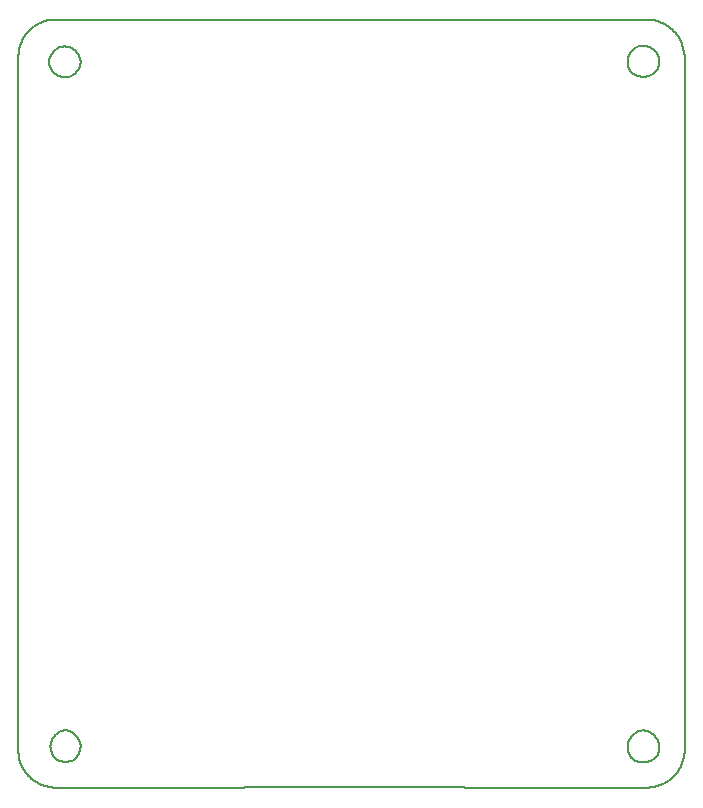
<source format=gm1>
G04 MADE WITH FRITZING*
G04 WWW.FRITZING.ORG*
G04 DOUBLE SIDED*
G04 HOLES PLATED*
G04 CONTOUR ON CENTER OF CONTOUR VECTOR*
%ASAXBY*%
%FSLAX23Y23*%
%MOIN*%
%OFA0B0*%
%SFA1.0B1.0*%
%ADD10C,0.008*%
%LNCONTOUR*%
G90*
G70*
G54D10*
X102Y2559D02*
X103Y2559D01*
X104Y2559D01*
X105Y2559D01*
X106Y2559D01*
X107Y2559D01*
X108Y2559D01*
X109Y2559D01*
X110Y2559D01*
X111Y2559D01*
X112Y2559D01*
X113Y2559D01*
X114Y2559D01*
X115Y2559D01*
X116Y2559D01*
X117Y2559D01*
X118Y2559D01*
X119Y2559D01*
X120Y2559D01*
X121Y2559D01*
X122Y2559D01*
X123Y2559D01*
X124Y2559D01*
X125Y2559D01*
X126Y2559D01*
X127Y2559D01*
X128Y2559D01*
X129Y2559D01*
X130Y2559D01*
X131Y2559D01*
X132Y2559D01*
X133Y2559D01*
X134Y2559D01*
X135Y2559D01*
X136Y2559D01*
X137Y2559D01*
X138Y2559D01*
X139Y2559D01*
X140Y2559D01*
X141Y2559D01*
X142Y2559D01*
X143Y2559D01*
X144Y2559D01*
X145Y2559D01*
X146Y2559D01*
X147Y2559D01*
X148Y2559D01*
X149Y2559D01*
X150Y2559D01*
X151Y2559D01*
X152Y2559D01*
X153Y2559D01*
X154Y2559D01*
X155Y2559D01*
X156Y2559D01*
X157Y2559D01*
X158Y2559D01*
X159Y2559D01*
X160Y2559D01*
X161Y2559D01*
X162Y2559D01*
X163Y2559D01*
X164Y2559D01*
X165Y2559D01*
X166Y2559D01*
X167Y2559D01*
X168Y2559D01*
X169Y2559D01*
X170Y2559D01*
X171Y2559D01*
X172Y2559D01*
X173Y2559D01*
X174Y2559D01*
X175Y2559D01*
X176Y2559D01*
X177Y2559D01*
X178Y2559D01*
X179Y2559D01*
X180Y2559D01*
X181Y2559D01*
X182Y2559D01*
X183Y2559D01*
X184Y2559D01*
X185Y2559D01*
X186Y2559D01*
X187Y2559D01*
X188Y2559D01*
X189Y2559D01*
X190Y2559D01*
X191Y2559D01*
X192Y2559D01*
X193Y2559D01*
X194Y2559D01*
X195Y2559D01*
X196Y2559D01*
X197Y2559D01*
X198Y2559D01*
X199Y2559D01*
X200Y2559D01*
X201Y2559D01*
X202Y2559D01*
X203Y2559D01*
X204Y2559D01*
X205Y2559D01*
X206Y2559D01*
X207Y2559D01*
X208Y2559D01*
X209Y2559D01*
X210Y2559D01*
X211Y2559D01*
X212Y2559D01*
X213Y2559D01*
X214Y2559D01*
X215Y2559D01*
X216Y2559D01*
X217Y2559D01*
X218Y2559D01*
X219Y2559D01*
X220Y2559D01*
X221Y2559D01*
X222Y2559D01*
X223Y2559D01*
X224Y2559D01*
X225Y2559D01*
X226Y2559D01*
X227Y2559D01*
X228Y2559D01*
X229Y2559D01*
X230Y2559D01*
X231Y2559D01*
X232Y2559D01*
X233Y2559D01*
X234Y2559D01*
X235Y2559D01*
X236Y2559D01*
X237Y2559D01*
X238Y2559D01*
X239Y2559D01*
X240Y2559D01*
X241Y2559D01*
X242Y2559D01*
X243Y2559D01*
X244Y2559D01*
X245Y2559D01*
X246Y2559D01*
X247Y2559D01*
X248Y2559D01*
X249Y2559D01*
X250Y2559D01*
X251Y2559D01*
X252Y2559D01*
X253Y2559D01*
X254Y2559D01*
X255Y2559D01*
X256Y2559D01*
X257Y2559D01*
X258Y2559D01*
X259Y2559D01*
X260Y2559D01*
X261Y2559D01*
X262Y2559D01*
X263Y2559D01*
X264Y2559D01*
X265Y2559D01*
X266Y2559D01*
X267Y2559D01*
X268Y2559D01*
X269Y2559D01*
X270Y2559D01*
X271Y2559D01*
X272Y2559D01*
X273Y2559D01*
X274Y2559D01*
X275Y2559D01*
X276Y2559D01*
X277Y2559D01*
X278Y2559D01*
X279Y2559D01*
X280Y2559D01*
X281Y2559D01*
X282Y2559D01*
X283Y2559D01*
X284Y2559D01*
X285Y2559D01*
X286Y2559D01*
X287Y2559D01*
X288Y2559D01*
X289Y2559D01*
X290Y2559D01*
X291Y2559D01*
X292Y2559D01*
X293Y2559D01*
X294Y2559D01*
X295Y2559D01*
X296Y2559D01*
X297Y2559D01*
X298Y2559D01*
X299Y2559D01*
X300Y2559D01*
X301Y2559D01*
X302Y2559D01*
X303Y2559D01*
X304Y2559D01*
X305Y2559D01*
X306Y2559D01*
X307Y2559D01*
X308Y2559D01*
X309Y2559D01*
X310Y2559D01*
X311Y2559D01*
X312Y2559D01*
X313Y2559D01*
X314Y2559D01*
X315Y2559D01*
X316Y2559D01*
X317Y2559D01*
X318Y2559D01*
X319Y2559D01*
X320Y2559D01*
X321Y2559D01*
X322Y2559D01*
X323Y2559D01*
X324Y2559D01*
X325Y2559D01*
X326Y2559D01*
X327Y2559D01*
X328Y2559D01*
X329Y2559D01*
X330Y2559D01*
X331Y2559D01*
X332Y2559D01*
X333Y2559D01*
X334Y2559D01*
X335Y2559D01*
X336Y2559D01*
X337Y2559D01*
X338Y2559D01*
X339Y2559D01*
X340Y2559D01*
X341Y2559D01*
X342Y2559D01*
X343Y2559D01*
X344Y2559D01*
X345Y2559D01*
X346Y2559D01*
X347Y2559D01*
X348Y2559D01*
X349Y2559D01*
X350Y2559D01*
X351Y2559D01*
X352Y2559D01*
X353Y2559D01*
X354Y2559D01*
X355Y2559D01*
X356Y2559D01*
X357Y2559D01*
X358Y2559D01*
X359Y2559D01*
X360Y2559D01*
X361Y2559D01*
X362Y2559D01*
X363Y2559D01*
X364Y2559D01*
X365Y2559D01*
X366Y2559D01*
X367Y2559D01*
X368Y2559D01*
X369Y2559D01*
X370Y2559D01*
X371Y2559D01*
X372Y2559D01*
X373Y2559D01*
X374Y2559D01*
X375Y2559D01*
X376Y2559D01*
X377Y2559D01*
X378Y2559D01*
X379Y2559D01*
X380Y2559D01*
X381Y2559D01*
X382Y2559D01*
X383Y2559D01*
X384Y2559D01*
X385Y2559D01*
X386Y2559D01*
X387Y2559D01*
X388Y2559D01*
X389Y2559D01*
X390Y2559D01*
X391Y2559D01*
X392Y2559D01*
X393Y2559D01*
X394Y2559D01*
X395Y2559D01*
X396Y2559D01*
X397Y2559D01*
X398Y2559D01*
X399Y2559D01*
X400Y2559D01*
X401Y2559D01*
X402Y2559D01*
X403Y2559D01*
X404Y2559D01*
X405Y2559D01*
X406Y2559D01*
X407Y2559D01*
X408Y2559D01*
X409Y2559D01*
X410Y2559D01*
X411Y2559D01*
X412Y2559D01*
X413Y2559D01*
X414Y2559D01*
X415Y2559D01*
X416Y2559D01*
X417Y2559D01*
X418Y2559D01*
X419Y2559D01*
X420Y2559D01*
X421Y2559D01*
X422Y2559D01*
X423Y2559D01*
X424Y2559D01*
X425Y2559D01*
X426Y2559D01*
X427Y2559D01*
X428Y2559D01*
X429Y2559D01*
X430Y2559D01*
X431Y2559D01*
X432Y2559D01*
X433Y2559D01*
X434Y2559D01*
X435Y2559D01*
X436Y2559D01*
X437Y2559D01*
X438Y2559D01*
X439Y2559D01*
X440Y2559D01*
X441Y2559D01*
X442Y2559D01*
X443Y2559D01*
X444Y2559D01*
X445Y2559D01*
X446Y2559D01*
X447Y2559D01*
X448Y2559D01*
X449Y2559D01*
X450Y2559D01*
X451Y2559D01*
X452Y2559D01*
X453Y2559D01*
X454Y2559D01*
X455Y2559D01*
X456Y2559D01*
X457Y2559D01*
X458Y2559D01*
X459Y2559D01*
X460Y2559D01*
X461Y2559D01*
X462Y2559D01*
X463Y2559D01*
X464Y2559D01*
X465Y2559D01*
X466Y2559D01*
X467Y2559D01*
X468Y2559D01*
X469Y2559D01*
X470Y2559D01*
X471Y2559D01*
X472Y2559D01*
X473Y2559D01*
X474Y2559D01*
X475Y2559D01*
X476Y2559D01*
X477Y2559D01*
X478Y2559D01*
X479Y2559D01*
X480Y2559D01*
X481Y2559D01*
X482Y2559D01*
X483Y2559D01*
X484Y2559D01*
X485Y2559D01*
X486Y2559D01*
X487Y2559D01*
X488Y2559D01*
X489Y2559D01*
X490Y2559D01*
X491Y2559D01*
X492Y2559D01*
X493Y2559D01*
X494Y2559D01*
X495Y2559D01*
X496Y2559D01*
X497Y2559D01*
X498Y2559D01*
X499Y2559D01*
X500Y2559D01*
X501Y2559D01*
X502Y2559D01*
X503Y2559D01*
X504Y2559D01*
X505Y2559D01*
X506Y2559D01*
X507Y2559D01*
X508Y2559D01*
X509Y2559D01*
X510Y2559D01*
X511Y2559D01*
X512Y2559D01*
X513Y2559D01*
X514Y2559D01*
X515Y2559D01*
X516Y2559D01*
X517Y2559D01*
X518Y2559D01*
X519Y2559D01*
X520Y2559D01*
X521Y2559D01*
X522Y2559D01*
X523Y2559D01*
X524Y2559D01*
X525Y2559D01*
X526Y2559D01*
X527Y2559D01*
X528Y2559D01*
X529Y2559D01*
X530Y2559D01*
X531Y2559D01*
X532Y2559D01*
X533Y2559D01*
X534Y2559D01*
X535Y2559D01*
X536Y2559D01*
X537Y2559D01*
X538Y2559D01*
X539Y2559D01*
X540Y2559D01*
X541Y2559D01*
X542Y2559D01*
X543Y2559D01*
X544Y2559D01*
X545Y2559D01*
X546Y2559D01*
X547Y2559D01*
X548Y2559D01*
X549Y2559D01*
X550Y2559D01*
X551Y2559D01*
X552Y2559D01*
X553Y2559D01*
X554Y2559D01*
X555Y2559D01*
X556Y2559D01*
X557Y2559D01*
X558Y2559D01*
X559Y2559D01*
X560Y2559D01*
X561Y2559D01*
X562Y2559D01*
X563Y2559D01*
X564Y2559D01*
X565Y2559D01*
X566Y2559D01*
X567Y2559D01*
X568Y2559D01*
X569Y2559D01*
X570Y2559D01*
X571Y2559D01*
X572Y2559D01*
X573Y2559D01*
X574Y2559D01*
X575Y2559D01*
X576Y2559D01*
X577Y2559D01*
X578Y2559D01*
X579Y2559D01*
X580Y2559D01*
X581Y2559D01*
X582Y2559D01*
X583Y2559D01*
X584Y2559D01*
X585Y2559D01*
X586Y2559D01*
X587Y2559D01*
X588Y2559D01*
X589Y2559D01*
X590Y2559D01*
X591Y2559D01*
X592Y2559D01*
X593Y2559D01*
X594Y2559D01*
X595Y2559D01*
X596Y2559D01*
X597Y2559D01*
X598Y2559D01*
X599Y2559D01*
X600Y2559D01*
X601Y2559D01*
X602Y2559D01*
X603Y2559D01*
X604Y2559D01*
X605Y2559D01*
X606Y2559D01*
X607Y2559D01*
X608Y2559D01*
X609Y2559D01*
X610Y2559D01*
X611Y2559D01*
X612Y2559D01*
X613Y2559D01*
X614Y2559D01*
X615Y2559D01*
X616Y2559D01*
X617Y2559D01*
X618Y2559D01*
X619Y2559D01*
X620Y2559D01*
X621Y2559D01*
X622Y2559D01*
X623Y2559D01*
X624Y2559D01*
X625Y2559D01*
X626Y2559D01*
X627Y2559D01*
X628Y2559D01*
X629Y2559D01*
X630Y2559D01*
X631Y2559D01*
X632Y2559D01*
X633Y2559D01*
X634Y2559D01*
X635Y2559D01*
X636Y2559D01*
X637Y2559D01*
X638Y2559D01*
X639Y2559D01*
X640Y2559D01*
X641Y2559D01*
X642Y2559D01*
X643Y2559D01*
X644Y2559D01*
X645Y2559D01*
X646Y2559D01*
X647Y2559D01*
X648Y2559D01*
X649Y2559D01*
X650Y2559D01*
X651Y2559D01*
X652Y2559D01*
X653Y2559D01*
X654Y2559D01*
X655Y2559D01*
X656Y2559D01*
X657Y2559D01*
X658Y2559D01*
X659Y2559D01*
X660Y2559D01*
X661Y2559D01*
X662Y2559D01*
X663Y2559D01*
X664Y2559D01*
X665Y2559D01*
X666Y2559D01*
X667Y2559D01*
X668Y2559D01*
X669Y2559D01*
X670Y2559D01*
X671Y2559D01*
X672Y2559D01*
X673Y2559D01*
X674Y2559D01*
X675Y2559D01*
X676Y2559D01*
X677Y2559D01*
X678Y2559D01*
X679Y2559D01*
X680Y2559D01*
X681Y2559D01*
X682Y2559D01*
X683Y2559D01*
X684Y2559D01*
X685Y2559D01*
X686Y2559D01*
X687Y2559D01*
X688Y2559D01*
X689Y2559D01*
X690Y2559D01*
X691Y2559D01*
X692Y2559D01*
X693Y2559D01*
X694Y2559D01*
X695Y2559D01*
X696Y2559D01*
X697Y2559D01*
X698Y2559D01*
X699Y2559D01*
X700Y2559D01*
X701Y2559D01*
X702Y2559D01*
X703Y2559D01*
X704Y2559D01*
X705Y2559D01*
X706Y2559D01*
X707Y2559D01*
X708Y2559D01*
X709Y2559D01*
X710Y2559D01*
X711Y2559D01*
X712Y2559D01*
X713Y2559D01*
X714Y2559D01*
X715Y2559D01*
X716Y2559D01*
X717Y2559D01*
X718Y2559D01*
X719Y2559D01*
X720Y2559D01*
X721Y2559D01*
X722Y2559D01*
X723Y2559D01*
X724Y2559D01*
X725Y2559D01*
X726Y2559D01*
X727Y2559D01*
X728Y2559D01*
X729Y2559D01*
X730Y2559D01*
X731Y2559D01*
X732Y2559D01*
X733Y2559D01*
X734Y2559D01*
X735Y2559D01*
X736Y2559D01*
X737Y2559D01*
X738Y2559D01*
X739Y2559D01*
X740Y2559D01*
X741Y2559D01*
X742Y2559D01*
X743Y2559D01*
X744Y2559D01*
X745Y2559D01*
X746Y2559D01*
X747Y2559D01*
X748Y2559D01*
X749Y2559D01*
X750Y2559D01*
X751Y2559D01*
X752Y2559D01*
X753Y2559D01*
X754Y2559D01*
X755Y2559D01*
X756Y2559D01*
X757Y2559D01*
X758Y2559D01*
X759Y2559D01*
X760Y2559D01*
X761Y2559D01*
X762Y2559D01*
X763Y2559D01*
X764Y2559D01*
X765Y2559D01*
X766Y2559D01*
X767Y2559D01*
X768Y2559D01*
X769Y2559D01*
X770Y2559D01*
X771Y2559D01*
X772Y2559D01*
X773Y2559D01*
X774Y2559D01*
X775Y2559D01*
X776Y2559D01*
X777Y2559D01*
X778Y2559D01*
X779Y2559D01*
X780Y2559D01*
X781Y2559D01*
X782Y2559D01*
X783Y2559D01*
X784Y2559D01*
X785Y2559D01*
X786Y2559D01*
X787Y2559D01*
X788Y2559D01*
X789Y2559D01*
X790Y2559D01*
X791Y2559D01*
X792Y2559D01*
X793Y2559D01*
X794Y2559D01*
X795Y2559D01*
X796Y2559D01*
X797Y2559D01*
X798Y2559D01*
X799Y2559D01*
X800Y2559D01*
X801Y2559D01*
X802Y2559D01*
X803Y2559D01*
X804Y2559D01*
X805Y2559D01*
X806Y2559D01*
X807Y2559D01*
X808Y2559D01*
X809Y2559D01*
X810Y2559D01*
X811Y2559D01*
X812Y2559D01*
X813Y2559D01*
X814Y2559D01*
X815Y2559D01*
X816Y2559D01*
X817Y2559D01*
X818Y2559D01*
X819Y2559D01*
X820Y2559D01*
X821Y2559D01*
X822Y2559D01*
X823Y2559D01*
X824Y2559D01*
X825Y2559D01*
X826Y2559D01*
X827Y2559D01*
X828Y2559D01*
X829Y2559D01*
X830Y2559D01*
X831Y2559D01*
X832Y2559D01*
X833Y2559D01*
X834Y2559D01*
X835Y2559D01*
X836Y2559D01*
X837Y2559D01*
X838Y2559D01*
X839Y2559D01*
X840Y2559D01*
X841Y2559D01*
X842Y2559D01*
X843Y2559D01*
X844Y2559D01*
X845Y2559D01*
X846Y2559D01*
X847Y2559D01*
X848Y2559D01*
X849Y2559D01*
X850Y2559D01*
X851Y2559D01*
X852Y2559D01*
X853Y2559D01*
X854Y2559D01*
X855Y2559D01*
X856Y2559D01*
X857Y2559D01*
X858Y2559D01*
X859Y2559D01*
X860Y2559D01*
X861Y2559D01*
X862Y2559D01*
X863Y2559D01*
X864Y2559D01*
X865Y2559D01*
X866Y2559D01*
X867Y2559D01*
X868Y2559D01*
X869Y2559D01*
X870Y2559D01*
X871Y2559D01*
X872Y2559D01*
X873Y2559D01*
X874Y2559D01*
X875Y2559D01*
X876Y2559D01*
X877Y2559D01*
X878Y2559D01*
X879Y2559D01*
X880Y2559D01*
X881Y2559D01*
X882Y2559D01*
X883Y2559D01*
X884Y2559D01*
X885Y2559D01*
X886Y2559D01*
X887Y2559D01*
X888Y2559D01*
X889Y2559D01*
X890Y2559D01*
X891Y2559D01*
X892Y2559D01*
X893Y2559D01*
X894Y2559D01*
X895Y2559D01*
X896Y2559D01*
X897Y2559D01*
X898Y2559D01*
X899Y2559D01*
X900Y2559D01*
X901Y2559D01*
X902Y2559D01*
X903Y2559D01*
X904Y2559D01*
X905Y2559D01*
X906Y2559D01*
X907Y2559D01*
X908Y2559D01*
X909Y2559D01*
X910Y2559D01*
X911Y2559D01*
X912Y2559D01*
X913Y2559D01*
X914Y2559D01*
X915Y2559D01*
X916Y2559D01*
X917Y2559D01*
X918Y2559D01*
X919Y2559D01*
X920Y2559D01*
X921Y2559D01*
X922Y2559D01*
X923Y2559D01*
X924Y2559D01*
X925Y2559D01*
X926Y2559D01*
X927Y2559D01*
X928Y2559D01*
X929Y2559D01*
X930Y2559D01*
X931Y2559D01*
X932Y2559D01*
X933Y2559D01*
X934Y2559D01*
X935Y2559D01*
X936Y2559D01*
X937Y2559D01*
X938Y2559D01*
X939Y2559D01*
X940Y2559D01*
X941Y2559D01*
X942Y2559D01*
X943Y2559D01*
X944Y2559D01*
X945Y2559D01*
X946Y2559D01*
X947Y2559D01*
X948Y2559D01*
X949Y2559D01*
X950Y2559D01*
X951Y2559D01*
X952Y2559D01*
X953Y2559D01*
X954Y2559D01*
X955Y2559D01*
X956Y2559D01*
X957Y2559D01*
X958Y2559D01*
X959Y2559D01*
X960Y2559D01*
X961Y2559D01*
X962Y2559D01*
X963Y2559D01*
X964Y2559D01*
X965Y2559D01*
X966Y2559D01*
X967Y2559D01*
X968Y2559D01*
X969Y2559D01*
X970Y2559D01*
X971Y2559D01*
X972Y2559D01*
X973Y2559D01*
X974Y2559D01*
X975Y2559D01*
X976Y2559D01*
X977Y2559D01*
X978Y2559D01*
X979Y2559D01*
X980Y2559D01*
X981Y2559D01*
X982Y2559D01*
X983Y2559D01*
X984Y2559D01*
X985Y2559D01*
X986Y2559D01*
X987Y2559D01*
X988Y2559D01*
X989Y2559D01*
X990Y2559D01*
X991Y2559D01*
X992Y2559D01*
X993Y2559D01*
X994Y2559D01*
X995Y2559D01*
X996Y2559D01*
X997Y2559D01*
X998Y2559D01*
X999Y2559D01*
X1000Y2559D01*
X1001Y2559D01*
X1002Y2559D01*
X1003Y2559D01*
X1004Y2559D01*
X1005Y2559D01*
X1006Y2559D01*
X1007Y2559D01*
X1008Y2559D01*
X1009Y2559D01*
X1010Y2559D01*
X1011Y2559D01*
X1012Y2559D01*
X1013Y2559D01*
X1014Y2559D01*
X1015Y2559D01*
X1016Y2559D01*
X1017Y2559D01*
X1018Y2559D01*
X1019Y2559D01*
X1020Y2559D01*
X1021Y2559D01*
X1022Y2559D01*
X1023Y2559D01*
X1024Y2559D01*
X1025Y2559D01*
X1026Y2559D01*
X1027Y2559D01*
X1028Y2559D01*
X1029Y2559D01*
X1030Y2559D01*
X1031Y2559D01*
X1032Y2559D01*
X1033Y2559D01*
X1034Y2559D01*
X1035Y2559D01*
X1036Y2559D01*
X1037Y2559D01*
X1038Y2559D01*
X1039Y2559D01*
X1040Y2559D01*
X1041Y2559D01*
X1042Y2559D01*
X1043Y2559D01*
X1044Y2559D01*
X1045Y2559D01*
X1046Y2559D01*
X1047Y2559D01*
X1048Y2559D01*
X1049Y2559D01*
X1050Y2559D01*
X1051Y2559D01*
X1052Y2559D01*
X1053Y2559D01*
X1054Y2559D01*
X1055Y2559D01*
X1056Y2559D01*
X1057Y2559D01*
X1058Y2559D01*
X1059Y2559D01*
X1060Y2559D01*
X1061Y2559D01*
X1062Y2559D01*
X1063Y2559D01*
X1064Y2559D01*
X1065Y2559D01*
X1066Y2559D01*
X1067Y2559D01*
X1068Y2559D01*
X1069Y2559D01*
X1070Y2559D01*
X1071Y2559D01*
X1072Y2559D01*
X1073Y2559D01*
X1074Y2559D01*
X1075Y2559D01*
X1076Y2559D01*
X1077Y2559D01*
X1078Y2559D01*
X1079Y2559D01*
X1080Y2559D01*
X1081Y2559D01*
X1082Y2559D01*
X1083Y2559D01*
X1084Y2559D01*
X1085Y2559D01*
X1086Y2559D01*
X1087Y2559D01*
X1088Y2559D01*
X1089Y2559D01*
X1090Y2559D01*
X1091Y2559D01*
X1092Y2559D01*
X1093Y2559D01*
X1094Y2559D01*
X1095Y2559D01*
X1096Y2559D01*
X1097Y2559D01*
X1098Y2559D01*
X1099Y2559D01*
X1100Y2559D01*
X1101Y2559D01*
X1102Y2559D01*
X1103Y2559D01*
X1104Y2559D01*
X1105Y2559D01*
X1106Y2559D01*
X1107Y2559D01*
X1108Y2559D01*
X1109Y2559D01*
X1110Y2559D01*
X1111Y2559D01*
X1112Y2559D01*
X1113Y2559D01*
X1114Y2559D01*
X1115Y2559D01*
X1116Y2559D01*
X1117Y2559D01*
X1118Y2559D01*
X1119Y2559D01*
X1120Y2559D01*
X1121Y2559D01*
X1122Y2559D01*
X1123Y2559D01*
X1124Y2559D01*
X1125Y2559D01*
X1126Y2559D01*
X1127Y2559D01*
X1128Y2559D01*
X1129Y2559D01*
X1130Y2559D01*
X1131Y2559D01*
X1132Y2559D01*
X1133Y2559D01*
X1134Y2559D01*
X1135Y2559D01*
X1136Y2559D01*
X1137Y2559D01*
X1138Y2559D01*
X1139Y2559D01*
X1140Y2559D01*
X1141Y2559D01*
X1142Y2559D01*
X1143Y2559D01*
X1144Y2559D01*
X1145Y2559D01*
X1146Y2559D01*
X1147Y2559D01*
X1148Y2559D01*
X1149Y2559D01*
X1150Y2559D01*
X1151Y2559D01*
X1152Y2559D01*
X1153Y2559D01*
X1154Y2559D01*
X1155Y2559D01*
X1156Y2559D01*
X1157Y2559D01*
X1158Y2559D01*
X1159Y2559D01*
X1160Y2559D01*
X1161Y2559D01*
X1162Y2559D01*
X1163Y2559D01*
X1164Y2559D01*
X1165Y2559D01*
X1166Y2559D01*
X1167Y2559D01*
X1168Y2559D01*
X1169Y2559D01*
X1170Y2559D01*
X1171Y2559D01*
X1172Y2559D01*
X1173Y2559D01*
X1174Y2559D01*
X1175Y2559D01*
X1176Y2559D01*
X1177Y2559D01*
X1178Y2559D01*
X1179Y2559D01*
X1180Y2559D01*
X1181Y2559D01*
X1182Y2559D01*
X1183Y2559D01*
X1184Y2559D01*
X1185Y2559D01*
X1186Y2559D01*
X1187Y2559D01*
X1188Y2559D01*
X1189Y2559D01*
X1190Y2559D01*
X1191Y2559D01*
X1192Y2559D01*
X1193Y2559D01*
X1194Y2559D01*
X1195Y2559D01*
X1196Y2559D01*
X1197Y2559D01*
X1198Y2559D01*
X1199Y2559D01*
X1200Y2559D01*
X1201Y2559D01*
X1202Y2559D01*
X1203Y2559D01*
X1204Y2559D01*
X1205Y2559D01*
X1206Y2559D01*
X1207Y2559D01*
X1208Y2559D01*
X1209Y2559D01*
X1210Y2559D01*
X1211Y2559D01*
X1212Y2559D01*
X1213Y2559D01*
X1214Y2559D01*
X1215Y2559D01*
X1216Y2559D01*
X1217Y2559D01*
X1218Y2559D01*
X1219Y2559D01*
X1220Y2559D01*
X1221Y2559D01*
X1222Y2559D01*
X1223Y2559D01*
X1224Y2559D01*
X1225Y2559D01*
X1226Y2559D01*
X1227Y2559D01*
X1228Y2559D01*
X1229Y2559D01*
X1230Y2559D01*
X1231Y2559D01*
X1232Y2559D01*
X1233Y2559D01*
X1234Y2559D01*
X1235Y2559D01*
X1236Y2559D01*
X1237Y2559D01*
X1238Y2559D01*
X1239Y2559D01*
X1240Y2559D01*
X1241Y2559D01*
X1242Y2559D01*
X1243Y2559D01*
X1244Y2559D01*
X1245Y2559D01*
X1246Y2559D01*
X1247Y2559D01*
X1248Y2559D01*
X1249Y2559D01*
X1250Y2559D01*
X1251Y2559D01*
X1252Y2559D01*
X1253Y2559D01*
X1254Y2559D01*
X1255Y2559D01*
X1256Y2559D01*
X1257Y2559D01*
X1258Y2559D01*
X1259Y2559D01*
X1260Y2559D01*
X1261Y2559D01*
X1262Y2559D01*
X1263Y2559D01*
X1264Y2559D01*
X1265Y2559D01*
X1266Y2559D01*
X1267Y2559D01*
X1268Y2559D01*
X1269Y2559D01*
X1270Y2559D01*
X1271Y2559D01*
X1272Y2559D01*
X1273Y2559D01*
X1274Y2559D01*
X1275Y2559D01*
X1276Y2559D01*
X1277Y2559D01*
X1278Y2559D01*
X1279Y2559D01*
X1280Y2559D01*
X1281Y2559D01*
X1282Y2559D01*
X1283Y2559D01*
X1284Y2559D01*
X1285Y2559D01*
X1286Y2559D01*
X1287Y2559D01*
X1288Y2559D01*
X1289Y2559D01*
X1290Y2559D01*
X1291Y2559D01*
X1292Y2559D01*
X1293Y2559D01*
X1294Y2559D01*
X1295Y2559D01*
X1296Y2559D01*
X1297Y2559D01*
X1298Y2559D01*
X1299Y2559D01*
X1300Y2559D01*
X1301Y2559D01*
X1302Y2559D01*
X1303Y2559D01*
X1304Y2559D01*
X1305Y2559D01*
X1306Y2559D01*
X1307Y2559D01*
X1308Y2559D01*
X1309Y2559D01*
X1310Y2559D01*
X1311Y2559D01*
X1312Y2559D01*
X1313Y2559D01*
X1314Y2559D01*
X1315Y2559D01*
X1316Y2559D01*
X1317Y2559D01*
X1318Y2559D01*
X1319Y2559D01*
X1320Y2559D01*
X1321Y2559D01*
X1322Y2559D01*
X1323Y2559D01*
X1324Y2559D01*
X1325Y2559D01*
X1326Y2559D01*
X1327Y2559D01*
X1328Y2559D01*
X1329Y2559D01*
X1330Y2559D01*
X1331Y2559D01*
X1332Y2559D01*
X1333Y2559D01*
X1334Y2559D01*
X1335Y2559D01*
X1336Y2559D01*
X1337Y2559D01*
X1338Y2559D01*
X1339Y2559D01*
X1340Y2559D01*
X1341Y2559D01*
X1342Y2559D01*
X1343Y2559D01*
X1344Y2559D01*
X1345Y2559D01*
X1346Y2559D01*
X1347Y2559D01*
X1348Y2559D01*
X1349Y2559D01*
X1350Y2559D01*
X1351Y2559D01*
X1352Y2559D01*
X1353Y2559D01*
X1354Y2559D01*
X1355Y2559D01*
X1356Y2559D01*
X1357Y2559D01*
X1358Y2559D01*
X1359Y2559D01*
X1360Y2559D01*
X1361Y2559D01*
X1362Y2559D01*
X1363Y2559D01*
X1364Y2559D01*
X1365Y2559D01*
X1366Y2559D01*
X1367Y2559D01*
X1368Y2559D01*
X1369Y2559D01*
X1370Y2559D01*
X1371Y2559D01*
X1372Y2559D01*
X1373Y2559D01*
X1374Y2559D01*
X1375Y2559D01*
X1376Y2559D01*
X1377Y2559D01*
X1378Y2559D01*
X1379Y2559D01*
X1380Y2559D01*
X1381Y2559D01*
X1382Y2559D01*
X1383Y2559D01*
X1384Y2559D01*
X1385Y2559D01*
X1386Y2559D01*
X1387Y2559D01*
X1388Y2559D01*
X1389Y2559D01*
X1390Y2559D01*
X1391Y2559D01*
X1392Y2559D01*
X1393Y2559D01*
X1394Y2559D01*
X1395Y2559D01*
X1396Y2559D01*
X1397Y2559D01*
X1398Y2559D01*
X1399Y2559D01*
X1400Y2559D01*
X1401Y2559D01*
X1402Y2559D01*
X1403Y2559D01*
X1404Y2559D01*
X1405Y2559D01*
X1406Y2559D01*
X1407Y2559D01*
X1408Y2559D01*
X1409Y2559D01*
X1410Y2559D01*
X1411Y2559D01*
X1412Y2559D01*
X1413Y2559D01*
X1414Y2559D01*
X1415Y2559D01*
X1416Y2559D01*
X1417Y2559D01*
X1418Y2559D01*
X1419Y2559D01*
X1420Y2559D01*
X1421Y2559D01*
X1422Y2559D01*
X1423Y2559D01*
X1424Y2559D01*
X1425Y2559D01*
X1426Y2559D01*
X1427Y2559D01*
X1428Y2559D01*
X1429Y2559D01*
X1430Y2559D01*
X1431Y2559D01*
X1432Y2559D01*
X1433Y2559D01*
X1434Y2559D01*
X1435Y2559D01*
X1436Y2559D01*
X1437Y2559D01*
X1438Y2559D01*
X1439Y2559D01*
X1440Y2559D01*
X1441Y2559D01*
X1442Y2559D01*
X1443Y2559D01*
X1444Y2559D01*
X1445Y2559D01*
X1446Y2559D01*
X1447Y2559D01*
X1448Y2559D01*
X1449Y2559D01*
X1450Y2559D01*
X1451Y2559D01*
X1452Y2559D01*
X1453Y2559D01*
X1454Y2559D01*
X1455Y2559D01*
X1456Y2559D01*
X1457Y2559D01*
X1458Y2559D01*
X1459Y2559D01*
X1460Y2559D01*
X1461Y2559D01*
X1462Y2559D01*
X1463Y2559D01*
X1464Y2559D01*
X1465Y2559D01*
X1466Y2559D01*
X1467Y2559D01*
X1468Y2559D01*
X1469Y2559D01*
X1470Y2559D01*
X1471Y2559D01*
X1472Y2559D01*
X1473Y2559D01*
X1474Y2559D01*
X1475Y2559D01*
X1476Y2559D01*
X1477Y2559D01*
X1478Y2559D01*
X1479Y2559D01*
X1480Y2559D01*
X1481Y2559D01*
X1482Y2559D01*
X1483Y2559D01*
X1484Y2559D01*
X1485Y2559D01*
X1486Y2559D01*
X1487Y2559D01*
X1488Y2559D01*
X1489Y2559D01*
X1490Y2559D01*
X1491Y2559D01*
X1492Y2559D01*
X1493Y2559D01*
X1494Y2559D01*
X1495Y2559D01*
X1496Y2559D01*
X1497Y2559D01*
X1498Y2559D01*
X1499Y2559D01*
X1500Y2559D01*
X1501Y2559D01*
X1502Y2559D01*
X1503Y2559D01*
X1504Y2559D01*
X1505Y2559D01*
X1506Y2559D01*
X1507Y2559D01*
X1508Y2559D01*
X1509Y2559D01*
X1510Y2559D01*
X1511Y2559D01*
X1512Y2559D01*
X1513Y2559D01*
X1514Y2559D01*
X1515Y2559D01*
X1516Y2559D01*
X1517Y2559D01*
X1518Y2559D01*
X1519Y2559D01*
X1520Y2559D01*
X1521Y2559D01*
X1522Y2559D01*
X1523Y2559D01*
X1524Y2559D01*
X1525Y2559D01*
X1526Y2559D01*
X1527Y2559D01*
X1528Y2559D01*
X1529Y2559D01*
X1530Y2559D01*
X1531Y2559D01*
X1532Y2559D01*
X1533Y2559D01*
X1534Y2559D01*
X1535Y2559D01*
X1536Y2559D01*
X1537Y2559D01*
X1538Y2559D01*
X1539Y2559D01*
X1540Y2559D01*
X1541Y2559D01*
X1542Y2559D01*
X1543Y2559D01*
X1544Y2559D01*
X1545Y2559D01*
X1546Y2559D01*
X1547Y2559D01*
X1548Y2559D01*
X1549Y2559D01*
X1550Y2559D01*
X1551Y2559D01*
X1552Y2559D01*
X1553Y2559D01*
X1554Y2559D01*
X1555Y2559D01*
X1556Y2559D01*
X1557Y2559D01*
X1558Y2559D01*
X1559Y2559D01*
X1560Y2559D01*
X1561Y2559D01*
X1562Y2559D01*
X1563Y2559D01*
X1564Y2559D01*
X1565Y2559D01*
X1566Y2559D01*
X1567Y2559D01*
X1568Y2559D01*
X1569Y2559D01*
X1570Y2559D01*
X1571Y2559D01*
X1572Y2559D01*
X1573Y2559D01*
X1574Y2559D01*
X1575Y2559D01*
X1576Y2559D01*
X1577Y2559D01*
X1578Y2559D01*
X1579Y2559D01*
X1580Y2559D01*
X1581Y2559D01*
X1582Y2559D01*
X1583Y2559D01*
X1584Y2559D01*
X1585Y2559D01*
X1586Y2559D01*
X1587Y2559D01*
X1588Y2559D01*
X1589Y2559D01*
X1590Y2559D01*
X1591Y2559D01*
X1592Y2559D01*
X1593Y2559D01*
X1594Y2559D01*
X1595Y2559D01*
X1596Y2559D01*
X1597Y2559D01*
X1598Y2559D01*
X1599Y2559D01*
X1600Y2559D01*
X1601Y2559D01*
X1602Y2559D01*
X1603Y2559D01*
X1604Y2559D01*
X1605Y2559D01*
X1606Y2559D01*
X1607Y2559D01*
X1608Y2559D01*
X1609Y2559D01*
X1610Y2559D01*
X1611Y2559D01*
X1612Y2559D01*
X1613Y2559D01*
X1614Y2559D01*
X1615Y2559D01*
X1616Y2559D01*
X1617Y2559D01*
X1618Y2559D01*
X1619Y2559D01*
X1620Y2559D01*
X1621Y2559D01*
X1622Y2559D01*
X1623Y2559D01*
X1624Y2559D01*
X1625Y2559D01*
X1626Y2559D01*
X1627Y2559D01*
X1628Y2559D01*
X1629Y2559D01*
X1630Y2559D01*
X1631Y2559D01*
X1632Y2559D01*
X1633Y2559D01*
X1634Y2559D01*
X1635Y2559D01*
X1636Y2559D01*
X1637Y2559D01*
X1638Y2559D01*
X1639Y2559D01*
X1640Y2559D01*
X1641Y2559D01*
X1642Y2559D01*
X1643Y2559D01*
X1644Y2559D01*
X1645Y2559D01*
X1646Y2559D01*
X1647Y2559D01*
X1648Y2559D01*
X1649Y2559D01*
X1650Y2559D01*
X1651Y2559D01*
X1652Y2559D01*
X1653Y2559D01*
X1654Y2559D01*
X1655Y2559D01*
X1656Y2559D01*
X1657Y2559D01*
X1658Y2559D01*
X1659Y2559D01*
X1660Y2559D01*
X1661Y2559D01*
X1662Y2559D01*
X1663Y2559D01*
X1664Y2559D01*
X1665Y2559D01*
X1666Y2559D01*
X1667Y2559D01*
X1668Y2559D01*
X1669Y2559D01*
X1670Y2559D01*
X1671Y2559D01*
X1672Y2559D01*
X1673Y2559D01*
X1674Y2559D01*
X1675Y2559D01*
X1676Y2559D01*
X1677Y2559D01*
X1678Y2559D01*
X1679Y2559D01*
X1680Y2559D01*
X1681Y2559D01*
X1682Y2559D01*
X1683Y2559D01*
X1684Y2559D01*
X1685Y2559D01*
X1686Y2559D01*
X1687Y2559D01*
X1688Y2559D01*
X1689Y2559D01*
X1690Y2559D01*
X1691Y2559D01*
X1692Y2559D01*
X1693Y2559D01*
X1694Y2559D01*
X1695Y2559D01*
X1696Y2559D01*
X1697Y2559D01*
X1698Y2559D01*
X1699Y2559D01*
X1700Y2559D01*
X1701Y2559D01*
X1702Y2559D01*
X1703Y2559D01*
X1704Y2559D01*
X1705Y2559D01*
X1706Y2559D01*
X1707Y2559D01*
X1708Y2559D01*
X1709Y2559D01*
X1710Y2559D01*
X1711Y2559D01*
X1712Y2559D01*
X1713Y2559D01*
X1714Y2559D01*
X1715Y2559D01*
X1716Y2559D01*
X1717Y2559D01*
X1718Y2559D01*
X1719Y2559D01*
X1720Y2559D01*
X1721Y2559D01*
X1722Y2559D01*
X1723Y2559D01*
X1724Y2559D01*
X1725Y2559D01*
X1726Y2559D01*
X1727Y2559D01*
X1728Y2559D01*
X1729Y2559D01*
X1730Y2559D01*
X1731Y2559D01*
X1732Y2559D01*
X1733Y2559D01*
X1734Y2559D01*
X1735Y2559D01*
X1736Y2559D01*
X1737Y2559D01*
X1738Y2559D01*
X1739Y2559D01*
X1740Y2559D01*
X1741Y2559D01*
X1742Y2559D01*
X1743Y2559D01*
X1744Y2559D01*
X1745Y2559D01*
X1746Y2559D01*
X1747Y2559D01*
X1748Y2559D01*
X1749Y2559D01*
X1750Y2559D01*
X1751Y2559D01*
X1752Y2559D01*
X1753Y2559D01*
X1754Y2559D01*
X1755Y2559D01*
X1756Y2559D01*
X1757Y2559D01*
X1758Y2559D01*
X1759Y2559D01*
X1760Y2559D01*
X1761Y2559D01*
X1762Y2559D01*
X1763Y2559D01*
X1764Y2559D01*
X1765Y2559D01*
X1766Y2559D01*
X1767Y2559D01*
X1768Y2559D01*
X1769Y2559D01*
X1770Y2559D01*
X1771Y2559D01*
X1772Y2559D01*
X1773Y2559D01*
X1774Y2559D01*
X1775Y2559D01*
X1776Y2559D01*
X1777Y2559D01*
X1778Y2559D01*
X1779Y2559D01*
X1780Y2559D01*
X1781Y2559D01*
X1782Y2559D01*
X1783Y2559D01*
X1784Y2559D01*
X1785Y2559D01*
X1786Y2559D01*
X1787Y2559D01*
X1788Y2559D01*
X1789Y2559D01*
X1790Y2559D01*
X1791Y2559D01*
X1792Y2559D01*
X1793Y2559D01*
X1794Y2559D01*
X1795Y2559D01*
X1796Y2559D01*
X1797Y2559D01*
X1798Y2559D01*
X1799Y2559D01*
X1800Y2559D01*
X1801Y2559D01*
X1802Y2559D01*
X1803Y2559D01*
X1804Y2559D01*
X1805Y2559D01*
X1806Y2559D01*
X1807Y2559D01*
X1808Y2559D01*
X1809Y2559D01*
X1810Y2559D01*
X1811Y2559D01*
X1812Y2559D01*
X1813Y2559D01*
X1814Y2559D01*
X1815Y2559D01*
X1816Y2559D01*
X1817Y2559D01*
X1818Y2559D01*
X1819Y2559D01*
X1820Y2559D01*
X1821Y2559D01*
X1822Y2559D01*
X1823Y2559D01*
X1824Y2559D01*
X1825Y2559D01*
X1826Y2559D01*
X1827Y2559D01*
X1828Y2559D01*
X1829Y2559D01*
X1830Y2559D01*
X1831Y2559D01*
X1832Y2559D01*
X1833Y2559D01*
X1834Y2559D01*
X1835Y2559D01*
X1836Y2559D01*
X1837Y2559D01*
X1838Y2559D01*
X1839Y2559D01*
X1840Y2559D01*
X1841Y2559D01*
X1842Y2559D01*
X1843Y2559D01*
X1844Y2559D01*
X1845Y2559D01*
X1846Y2559D01*
X1847Y2559D01*
X1848Y2559D01*
X1849Y2559D01*
X1850Y2559D01*
X1851Y2559D01*
X1852Y2559D01*
X1853Y2559D01*
X1854Y2559D01*
X1855Y2559D01*
X1856Y2559D01*
X1857Y2559D01*
X1858Y2559D01*
X1859Y2559D01*
X1860Y2559D01*
X1861Y2559D01*
X1862Y2559D01*
X1863Y2559D01*
X1864Y2559D01*
X1865Y2559D01*
X1866Y2559D01*
X1867Y2559D01*
X1868Y2559D01*
X1869Y2559D01*
X1870Y2559D01*
X1871Y2559D01*
X1872Y2559D01*
X1873Y2559D01*
X1874Y2559D01*
X1875Y2559D01*
X1876Y2559D01*
X1877Y2559D01*
X1878Y2559D01*
X1879Y2559D01*
X1880Y2559D01*
X1881Y2559D01*
X1882Y2559D01*
X1883Y2559D01*
X1884Y2559D01*
X1885Y2559D01*
X1886Y2559D01*
X1887Y2559D01*
X1888Y2559D01*
X1889Y2559D01*
X1890Y2559D01*
X1891Y2559D01*
X1892Y2559D01*
X1893Y2559D01*
X1894Y2559D01*
X1895Y2559D01*
X1896Y2559D01*
X1897Y2559D01*
X1898Y2559D01*
X1899Y2559D01*
X1900Y2559D01*
X1901Y2559D01*
X1902Y2559D01*
X1903Y2559D01*
X1904Y2559D01*
X1905Y2559D01*
X1906Y2559D01*
X1907Y2559D01*
X1908Y2559D01*
X1909Y2559D01*
X1910Y2559D01*
X1911Y2559D01*
X1912Y2559D01*
X1913Y2559D01*
X1914Y2559D01*
X1915Y2559D01*
X1916Y2559D01*
X1917Y2559D01*
X1918Y2559D01*
X1919Y2559D01*
X1920Y2559D01*
X1921Y2559D01*
X1922Y2559D01*
X1923Y2559D01*
X1924Y2559D01*
X1925Y2559D01*
X1926Y2559D01*
X1927Y2559D01*
X1928Y2559D01*
X1929Y2559D01*
X1930Y2559D01*
X1931Y2559D01*
X1932Y2559D01*
X1933Y2559D01*
X1934Y2559D01*
X1935Y2559D01*
X1936Y2559D01*
X1937Y2559D01*
X1938Y2559D01*
X1939Y2559D01*
X1940Y2559D01*
X1941Y2559D01*
X1942Y2559D01*
X1943Y2559D01*
X1944Y2559D01*
X1945Y2559D01*
X1946Y2559D01*
X1947Y2559D01*
X1948Y2559D01*
X1949Y2559D01*
X1950Y2559D01*
X1951Y2559D01*
X1952Y2559D01*
X1953Y2559D01*
X1954Y2559D01*
X1955Y2559D01*
X1956Y2559D01*
X1957Y2559D01*
X1958Y2559D01*
X1959Y2559D01*
X1960Y2559D01*
X1961Y2559D01*
X1962Y2559D01*
X1963Y2559D01*
X1964Y2559D01*
X1965Y2559D01*
X1966Y2559D01*
X1967Y2559D01*
X1968Y2559D01*
X1969Y2559D01*
X1970Y2559D01*
X1971Y2559D01*
X1972Y2559D01*
X1973Y2559D01*
X1974Y2559D01*
X1975Y2559D01*
X1976Y2559D01*
X1977Y2559D01*
X1978Y2559D01*
X1979Y2559D01*
X1980Y2559D01*
X1981Y2559D01*
X1982Y2559D01*
X1983Y2559D01*
X1984Y2559D01*
X1985Y2559D01*
X1986Y2559D01*
X1987Y2559D01*
X1988Y2559D01*
X1989Y2559D01*
X1990Y2559D01*
X1991Y2559D01*
X1992Y2559D01*
X1993Y2559D01*
X1994Y2559D01*
X1995Y2559D01*
X1996Y2559D01*
X1997Y2559D01*
X1998Y2559D01*
X1999Y2559D01*
X2000Y2559D01*
X2001Y2559D01*
X2002Y2559D01*
X2003Y2559D01*
X2004Y2559D01*
X2005Y2559D01*
X2006Y2559D01*
X2007Y2559D01*
X2008Y2559D01*
X2009Y2559D01*
X2010Y2559D01*
X2011Y2559D01*
X2012Y2559D01*
X2013Y2559D01*
X2014Y2559D01*
X2015Y2559D01*
X2016Y2559D01*
X2017Y2559D01*
X2018Y2559D01*
X2019Y2559D01*
X2020Y2559D01*
X2021Y2559D01*
X2022Y2559D01*
X2023Y2559D01*
X2024Y2559D01*
X2025Y2559D01*
X2026Y2559D01*
X2027Y2559D01*
X2028Y2559D01*
X2029Y2559D01*
X2030Y2559D01*
X2031Y2559D01*
X2032Y2559D01*
X2033Y2559D01*
X2034Y2559D01*
X2035Y2559D01*
X2036Y2559D01*
X2037Y2559D01*
X2038Y2559D01*
X2039Y2559D01*
X2040Y2559D01*
X2041Y2559D01*
X2042Y2559D01*
X2043Y2559D01*
X2044Y2559D01*
X2045Y2559D01*
X2046Y2559D01*
X2047Y2559D01*
X2048Y2559D01*
X2049Y2559D01*
X2050Y2559D01*
X2051Y2559D01*
X2052Y2559D01*
X2053Y2559D01*
X2054Y2559D01*
X2055Y2559D01*
X2056Y2559D01*
X2057Y2559D01*
X2058Y2559D01*
X2059Y2559D01*
X2060Y2559D01*
X2061Y2559D01*
X2062Y2559D01*
X2063Y2559D01*
X2064Y2559D01*
X2065Y2559D01*
X2066Y2559D01*
X2067Y2559D01*
X2068Y2559D01*
X2069Y2559D01*
X2070Y2559D01*
X2071Y2559D01*
X2072Y2559D01*
X2073Y2559D01*
X2074Y2559D01*
X2075Y2559D01*
X2076Y2559D01*
X2077Y2559D01*
X2078Y2559D01*
X2079Y2559D01*
X2080Y2559D01*
X2081Y2559D01*
X2082Y2559D01*
X2083Y2559D01*
X2084Y2559D01*
X2085Y2559D01*
X2086Y2559D01*
X2087Y2559D01*
X2088Y2559D01*
X2089Y2559D01*
X2090Y2559D01*
X2091Y2559D01*
X2092Y2559D01*
X2093Y2559D01*
X2094Y2559D01*
X2095Y2559D01*
X2096Y2559D01*
X2097Y2559D01*
X2098Y2559D01*
X2099Y2559D01*
X2100Y2559D01*
X2101Y2559D01*
X2102Y2559D01*
X2103Y2559D01*
X2104Y2559D01*
X2105Y2559D01*
X2106Y2559D01*
X2107Y2559D01*
X2108Y2559D01*
X2109Y2559D01*
X2110Y2559D01*
X2111Y2559D01*
X2112Y2559D01*
X2113Y2559D01*
X2114Y2559D01*
X2115Y2559D01*
X2116Y2559D01*
X2117Y2558D01*
X2118Y2558D01*
X2119Y2558D01*
X2120Y2558D01*
X2121Y2558D01*
X2122Y2558D01*
X2123Y2557D01*
X2124Y2557D01*
X2125Y2557D01*
X2126Y2557D01*
X2127Y2556D01*
X2128Y2556D01*
X2129Y2556D01*
X2130Y2556D01*
X2131Y2555D01*
X2132Y2555D01*
X2133Y2555D01*
X2134Y2554D01*
X2135Y2554D01*
X2136Y2554D01*
X2137Y2553D01*
X2138Y2553D01*
X2139Y2553D01*
X2140Y2552D01*
X2141Y2552D01*
X2142Y2552D01*
X2143Y2551D01*
X2144Y2551D01*
X2145Y2550D01*
X2146Y2550D01*
X2147Y2549D01*
X2148Y2549D01*
X2149Y2548D01*
X2150Y2548D01*
X2151Y2548D01*
X2152Y2547D01*
X2153Y2547D01*
X2154Y2546D01*
X2155Y2545D01*
X2156Y2545D01*
X2157Y2544D01*
X2158Y2544D01*
X2159Y2543D01*
X2160Y2543D01*
X2161Y2542D01*
X2162Y2541D01*
X2163Y2541D01*
X2164Y2540D01*
X2165Y2540D01*
X2166Y2539D01*
X2167Y2538D01*
X2168Y2538D01*
X2169Y2537D01*
X2170Y2536D01*
X2171Y2535D01*
X2172Y2535D01*
X2173Y2534D01*
X2174Y2533D01*
X2175Y2532D01*
X2176Y2532D01*
X2177Y2531D01*
X2178Y2530D01*
X2179Y2529D01*
X2180Y2528D01*
X2181Y2527D01*
X2182Y2526D01*
X2183Y2525D01*
X2184Y2524D01*
X2185Y2523D01*
X2186Y2522D01*
X2187Y2521D01*
X2188Y2520D01*
X2189Y2519D01*
X2190Y2518D01*
X2191Y2517D01*
X2192Y2516D01*
X2193Y2515D01*
X2193Y2514D01*
X2194Y2513D01*
X2195Y2512D01*
X2196Y2511D01*
X2197Y2510D01*
X2197Y2509D01*
X2198Y2508D01*
X2199Y2507D01*
X2200Y2506D01*
X2200Y2505D01*
X2201Y2504D01*
X2202Y2503D01*
X2202Y2502D01*
X2203Y2501D01*
X2203Y2500D01*
X2204Y2499D01*
X2205Y2498D01*
X2205Y2497D01*
X2206Y2496D01*
X2206Y2495D01*
X2207Y2494D01*
X2207Y2493D01*
X2208Y2492D01*
X2208Y2491D01*
X2209Y2490D01*
X2209Y2489D01*
X2210Y2488D01*
X2210Y2487D01*
X2211Y2486D01*
X2211Y2484D01*
X2212Y2483D01*
X2212Y2482D01*
X2213Y2481D01*
X2213Y2479D01*
X2214Y2478D01*
X2214Y2476D01*
X2215Y2475D01*
X2215Y2472D01*
X2216Y2471D01*
X2216Y2469D01*
X2217Y2468D01*
X2217Y2464D01*
X2218Y2463D01*
X2218Y2458D01*
X2219Y2457D01*
X2219Y2455D01*
X2220Y2454D01*
X2220Y2451D01*
X2221Y2450D01*
X2221Y2446D01*
X2222Y2445D01*
X2222Y2437D01*
X2223Y2436D01*
X2223Y124D01*
X2222Y123D01*
X2222Y116D01*
X2221Y115D01*
X2221Y109D01*
X2220Y108D01*
X2220Y105D01*
X2219Y104D01*
X2219Y100D01*
X2218Y99D01*
X2218Y96D01*
X2217Y95D01*
X2217Y93D01*
X2216Y92D01*
X2216Y89D01*
X2215Y88D01*
X2215Y86D01*
X2214Y85D01*
X2214Y83D01*
X2213Y82D01*
X2213Y80D01*
X2212Y79D01*
X2212Y77D01*
X2211Y76D01*
X2211Y75D01*
X2210Y74D01*
X2210Y72D01*
X2209Y71D01*
X2209Y70D01*
X2208Y69D01*
X2208Y68D01*
X2207Y67D01*
X2207Y66D01*
X2206Y65D01*
X2206Y64D01*
X2205Y63D01*
X2204Y62D01*
X2204Y61D01*
X2203Y60D01*
X2203Y59D01*
X2202Y58D01*
X2201Y57D01*
X2201Y56D01*
X2200Y55D01*
X2199Y54D01*
X2199Y53D01*
X2198Y52D01*
X2197Y51D01*
X2196Y50D01*
X2196Y49D01*
X2195Y48D01*
X2194Y47D01*
X2193Y46D01*
X2192Y45D01*
X2191Y44D01*
X2191Y43D01*
X2190Y42D01*
X2189Y41D01*
X2188Y40D01*
X2187Y39D01*
X2186Y38D01*
X2185Y37D01*
X2184Y36D01*
X2183Y35D01*
X2182Y34D01*
X2181Y33D01*
X2180Y33D01*
X2179Y32D01*
X2178Y31D01*
X2177Y30D01*
X2176Y29D01*
X2175Y28D01*
X2174Y28D01*
X2173Y27D01*
X2172Y26D01*
X2171Y25D01*
X2170Y25D01*
X2169Y24D01*
X2168Y23D01*
X2167Y23D01*
X2166Y22D01*
X2165Y21D01*
X2164Y21D01*
X2163Y20D01*
X2162Y19D01*
X2161Y19D01*
X2160Y18D01*
X2159Y18D01*
X2158Y17D01*
X2157Y16D01*
X2156Y16D01*
X2155Y15D01*
X2154Y15D01*
X2153Y14D01*
X2152Y14D01*
X2151Y13D01*
X2150Y13D01*
X2149Y12D01*
X2148Y12D01*
X2147Y11D01*
X2146Y11D01*
X2145Y11D01*
X2144Y10D01*
X2143Y10D01*
X2142Y9D01*
X2141Y9D01*
X2140Y9D01*
X2139Y8D01*
X2138Y8D01*
X2137Y7D01*
X2136Y7D01*
X2135Y7D01*
X2134Y6D01*
X2133Y6D01*
X2132Y6D01*
X2131Y5D01*
X2130Y5D01*
X2129Y5D01*
X2128Y5D01*
X2127Y4D01*
X2126Y4D01*
X2125Y4D01*
X2124Y4D01*
X2123Y3D01*
X2122Y3D01*
X2121Y3D01*
X2120Y3D01*
X2119Y2D01*
X2118Y2D01*
X2117Y2D01*
X2116Y2D01*
X2115Y2D01*
X2114Y2D01*
X2113Y1D01*
X2112Y1D01*
X2111Y1D01*
X2110Y1D01*
X2109Y1D01*
X2108Y1D01*
X2107Y1D01*
X2106Y1D01*
X2105Y1D01*
X2104Y0D01*
X2103Y0D01*
X2102Y0D01*
X2101Y0D01*
X2100Y0D01*
X2099Y0D01*
X2098Y0D01*
X2097Y0D01*
X2096Y0D01*
X2095Y0D01*
X2094Y0D01*
X2093Y0D01*
X2092Y0D01*
X2091Y0D01*
X2090Y0D01*
X2089Y0D01*
X2088Y0D01*
X2087Y0D01*
X2086Y0D01*
X2085Y0D01*
X2084Y0D01*
X2083Y0D01*
X2082Y0D01*
X2081Y0D01*
X2080Y0D01*
X2079Y0D01*
X2078Y0D01*
X2077Y0D01*
X2076Y0D01*
X2075Y0D01*
X2074Y0D01*
X2073Y0D01*
X2072Y0D01*
X2071Y0D01*
X2070Y0D01*
X2069Y0D01*
X2068Y0D01*
X2067Y0D01*
X2066Y0D01*
X2065Y0D01*
X2064Y0D01*
X2063Y0D01*
X2062Y0D01*
X2061Y0D01*
X2060Y0D01*
X2059Y0D01*
X2058Y0D01*
X2057Y0D01*
X2056Y0D01*
X2055Y0D01*
X2054Y0D01*
X2053Y0D01*
X2052Y0D01*
X2051Y0D01*
X2050Y0D01*
X2049Y0D01*
X2048Y0D01*
X2047Y0D01*
X2046Y0D01*
X2045Y0D01*
X2044Y0D01*
X2043Y0D01*
X2042Y0D01*
X2041Y0D01*
X2040Y0D01*
X2039Y0D01*
X2038Y0D01*
X2037Y0D01*
X2036Y0D01*
X2035Y0D01*
X2034Y0D01*
X2033Y0D01*
X2032Y0D01*
X2031Y0D01*
X2030Y0D01*
X2029Y0D01*
X2028Y0D01*
X2027Y0D01*
X2026Y0D01*
X2025Y0D01*
X2024Y0D01*
X2023Y0D01*
X2022Y0D01*
X2021Y0D01*
X2020Y0D01*
X2019Y0D01*
X2018Y0D01*
X2017Y0D01*
X2016Y0D01*
X2015Y0D01*
X2014Y0D01*
X2013Y0D01*
X2012Y0D01*
X2011Y0D01*
X2010Y0D01*
X2009Y0D01*
X2008Y0D01*
X2007Y0D01*
X2006Y0D01*
X2005Y0D01*
X2004Y0D01*
X2003Y0D01*
X2002Y0D01*
X2001Y0D01*
X2000Y0D01*
X1999Y0D01*
X1998Y0D01*
X1997Y0D01*
X1996Y0D01*
X1995Y0D01*
X1994Y0D01*
X1993Y0D01*
X1992Y0D01*
X1991Y0D01*
X1990Y0D01*
X1989Y0D01*
X1988Y0D01*
X1987Y0D01*
X1986Y0D01*
X1985Y0D01*
X1984Y0D01*
X1983Y0D01*
X1982Y0D01*
X1981Y0D01*
X1980Y0D01*
X1979Y0D01*
X1978Y0D01*
X1977Y0D01*
X1976Y0D01*
X1975Y0D01*
X1974Y0D01*
X1973Y0D01*
X1972Y0D01*
X1971Y0D01*
X1970Y0D01*
X1969Y0D01*
X1968Y0D01*
X1967Y0D01*
X1966Y0D01*
X1965Y0D01*
X1964Y0D01*
X1963Y0D01*
X1962Y0D01*
X1961Y0D01*
X1960Y0D01*
X1959Y0D01*
X1958Y0D01*
X1957Y0D01*
X1956Y0D01*
X1955Y0D01*
X1954Y0D01*
X1953Y0D01*
X1952Y0D01*
X1951Y0D01*
X1950Y0D01*
X1949Y0D01*
X1948Y0D01*
X1947Y0D01*
X1946Y0D01*
X1945Y0D01*
X1944Y0D01*
X1943Y0D01*
X1942Y0D01*
X1941Y0D01*
X1940Y0D01*
X1939Y0D01*
X1938Y0D01*
X1937Y0D01*
X1936Y0D01*
X1935Y0D01*
X1934Y0D01*
X1933Y0D01*
X1932Y0D01*
X1931Y0D01*
X1930Y0D01*
X1929Y0D01*
X1928Y0D01*
X1927Y0D01*
X1926Y0D01*
X1925Y0D01*
X1924Y0D01*
X1923Y0D01*
X1922Y0D01*
X1921Y0D01*
X1920Y0D01*
X1919Y0D01*
X1918Y0D01*
X1917Y0D01*
X1916Y0D01*
X1915Y0D01*
X1914Y0D01*
X1913Y0D01*
X1912Y0D01*
X1911Y0D01*
X1910Y0D01*
X1909Y0D01*
X1908Y0D01*
X1907Y0D01*
X1906Y0D01*
X1905Y0D01*
X1904Y0D01*
X1903Y0D01*
X1902Y0D01*
X1901Y0D01*
X1900Y0D01*
X1899Y0D01*
X1898Y0D01*
X1897Y0D01*
X1896Y0D01*
X1895Y0D01*
X1894Y0D01*
X1893Y0D01*
X1892Y0D01*
X1891Y0D01*
X1890Y0D01*
X1889Y0D01*
X1888Y0D01*
X1887Y0D01*
X1886Y0D01*
X1885Y0D01*
X1884Y0D01*
X1883Y0D01*
X1882Y0D01*
X1881Y0D01*
X1880Y0D01*
X1879Y0D01*
X1878Y0D01*
X1877Y0D01*
X1876Y0D01*
X1875Y0D01*
X1874Y0D01*
X1873Y0D01*
X1872Y0D01*
X1871Y0D01*
X1870Y0D01*
X1869Y0D01*
X1868Y0D01*
X1867Y0D01*
X1866Y0D01*
X1865Y0D01*
X1864Y0D01*
X1863Y0D01*
X1862Y0D01*
X1861Y0D01*
X1860Y0D01*
X1859Y0D01*
X1858Y0D01*
X1857Y0D01*
X1856Y0D01*
X1855Y0D01*
X1854Y0D01*
X1853Y0D01*
X1852Y0D01*
X1851Y0D01*
X1850Y0D01*
X1849Y0D01*
X1848Y0D01*
X1847Y0D01*
X1846Y0D01*
X1845Y0D01*
X1844Y0D01*
X1843Y0D01*
X1842Y0D01*
X1841Y0D01*
X1840Y0D01*
X1839Y0D01*
X1838Y0D01*
X1837Y0D01*
X1836Y0D01*
X1835Y0D01*
X1834Y0D01*
X1833Y0D01*
X1832Y0D01*
X1831Y0D01*
X1830Y0D01*
X1829Y0D01*
X1828Y0D01*
X1827Y0D01*
X1826Y0D01*
X1825Y0D01*
X1824Y0D01*
X1823Y0D01*
X1822Y0D01*
X1821Y0D01*
X1820Y0D01*
X1819Y0D01*
X1818Y0D01*
X1817Y0D01*
X1816Y0D01*
X1815Y0D01*
X1814Y0D01*
X1813Y0D01*
X1812Y0D01*
X1811Y0D01*
X1810Y0D01*
X1809Y0D01*
X1808Y0D01*
X1807Y0D01*
X1806Y0D01*
X1805Y0D01*
X1804Y0D01*
X1803Y0D01*
X1802Y0D01*
X1801Y0D01*
X1800Y0D01*
X1799Y0D01*
X1798Y0D01*
X1797Y0D01*
X1796Y0D01*
X1795Y0D01*
X1794Y0D01*
X1793Y0D01*
X1792Y0D01*
X1791Y0D01*
X1790Y0D01*
X1789Y0D01*
X1788Y0D01*
X1787Y0D01*
X1786Y0D01*
X1785Y0D01*
X1784Y0D01*
X1783Y0D01*
X1782Y0D01*
X1781Y0D01*
X1780Y0D01*
X1779Y0D01*
X1778Y0D01*
X1777Y0D01*
X1776Y0D01*
X1775Y0D01*
X1774Y0D01*
X1773Y0D01*
X1772Y0D01*
X1771Y0D01*
X1770Y0D01*
X1769Y0D01*
X1768Y0D01*
X1767Y0D01*
X1766Y0D01*
X1765Y0D01*
X1764Y0D01*
X1763Y0D01*
X1762Y0D01*
X1761Y0D01*
X1760Y0D01*
X1759Y0D01*
X1758Y0D01*
X1757Y0D01*
X1756Y0D01*
X1755Y0D01*
X1754Y0D01*
X1753Y0D01*
X1752Y0D01*
X1751Y0D01*
X1750Y0D01*
X1749Y0D01*
X1748Y0D01*
X1747Y0D01*
X1746Y0D01*
X1745Y0D01*
X1744Y0D01*
X1743Y0D01*
X1742Y0D01*
X1741Y0D01*
X1740Y0D01*
X1739Y0D01*
X1738Y0D01*
X1737Y0D01*
X1736Y0D01*
X1735Y0D01*
X1734Y0D01*
X1733Y0D01*
X1732Y0D01*
X1731Y0D01*
X1730Y0D01*
X1729Y0D01*
X1728Y0D01*
X1727Y0D01*
X1726Y0D01*
X1725Y0D01*
X1724Y0D01*
X1723Y0D01*
X1722Y0D01*
X1721Y0D01*
X1720Y0D01*
X1719Y0D01*
X1718Y0D01*
X1717Y0D01*
X1716Y0D01*
X1715Y0D01*
X1714Y0D01*
X1713Y0D01*
X1712Y0D01*
X1711Y0D01*
X1710Y0D01*
X1709Y0D01*
X1708Y0D01*
X1707Y0D01*
X1706Y0D01*
X1705Y0D01*
X1704Y0D01*
X1703Y0D01*
X1702Y0D01*
X1701Y0D01*
X1700Y0D01*
X1699Y0D01*
X1698Y0D01*
X1697Y0D01*
X1696Y0D01*
X1695Y0D01*
X1694Y0D01*
X1693Y0D01*
X1692Y0D01*
X1691Y0D01*
X1690Y0D01*
X1689Y0D01*
X1688Y0D01*
X1687Y0D01*
X1686Y0D01*
X1685Y0D01*
X1684Y0D01*
X1683Y0D01*
X1682Y0D01*
X1681Y0D01*
X1680Y0D01*
X1679Y0D01*
X1678Y0D01*
X1677Y0D01*
X1676Y0D01*
X1675Y0D01*
X1674Y0D01*
X1673Y0D01*
X1672Y0D01*
X1671Y0D01*
X1670Y0D01*
X1669Y0D01*
X1668Y0D01*
X1667Y0D01*
X1666Y0D01*
X1665Y0D01*
X1664Y0D01*
X1663Y0D01*
X1662Y0D01*
X1661Y0D01*
X1660Y0D01*
X1659Y0D01*
X1658Y0D01*
X1657Y0D01*
X1656Y0D01*
X1655Y0D01*
X1654Y0D01*
X1653Y0D01*
X1652Y0D01*
X1651Y0D01*
X1650Y0D01*
X1649Y0D01*
X1648Y0D01*
X1647Y0D01*
X1646Y0D01*
X1645Y0D01*
X1644Y0D01*
X1643Y0D01*
X1642Y0D01*
X1641Y0D01*
X1640Y0D01*
X1639Y0D01*
X1638Y0D01*
X1637Y0D01*
X1636Y0D01*
X1635Y0D01*
X1634Y0D01*
X1633Y0D01*
X1632Y0D01*
X1631Y0D01*
X1630Y0D01*
X1629Y0D01*
X1628Y0D01*
X1627Y0D01*
X1626Y0D01*
X1625Y0D01*
X1624Y0D01*
X1623Y0D01*
X1622Y0D01*
X1621Y0D01*
X1620Y0D01*
X1619Y0D01*
X1618Y0D01*
X1617Y0D01*
X1616Y0D01*
X1615Y0D01*
X1614Y0D01*
X1613Y0D01*
X1612Y0D01*
X1611Y0D01*
X1610Y0D01*
X1609Y0D01*
X1608Y0D01*
X1607Y0D01*
X1606Y0D01*
X1605Y0D01*
X1604Y0D01*
X1603Y0D01*
X1602Y0D01*
X1601Y0D01*
X1600Y0D01*
X1599Y0D01*
X1598Y0D01*
X1597Y0D01*
X1596Y0D01*
X1595Y0D01*
X1594Y0D01*
X1593Y0D01*
X1592Y0D01*
X1591Y0D01*
X1590Y0D01*
X1589Y0D01*
X1588Y0D01*
X1587Y0D01*
X1586Y0D01*
X1585Y0D01*
X1584Y0D01*
X1583Y0D01*
X1582Y0D01*
X1581Y0D01*
X1580Y0D01*
X1579Y0D01*
X1578Y0D01*
X1577Y0D01*
X1576Y0D01*
X1575Y0D01*
X1574Y0D01*
X1573Y0D01*
X1572Y0D01*
X1571Y0D01*
X1570Y0D01*
X1569Y0D01*
X1568Y0D01*
X1567Y0D01*
X1566Y0D01*
X1565Y0D01*
X1564Y0D01*
X1563Y0D01*
X1562Y0D01*
X1561Y0D01*
X1560Y0D01*
X1559Y0D01*
X1558Y0D01*
X1557Y0D01*
X1556Y0D01*
X1555Y0D01*
X1554Y0D01*
X1553Y0D01*
X1552Y0D01*
X1551Y0D01*
X1550Y0D01*
X1549Y0D01*
X1548Y0D01*
X1547Y0D01*
X1546Y0D01*
X1545Y0D01*
X1544Y0D01*
X1543Y0D01*
X1542Y0D01*
X1541Y0D01*
X1540Y0D01*
X1539Y0D01*
X1538Y0D01*
X1537Y0D01*
X1536Y0D01*
X1535Y0D01*
X1534Y0D01*
X1533Y0D01*
X1532Y0D01*
X1531Y0D01*
X1530Y0D01*
X1529Y0D01*
X1528Y0D01*
X1527Y0D01*
X1526Y0D01*
X1525Y0D01*
X1524Y0D01*
X1523Y0D01*
X1522Y0D01*
X1521Y0D01*
X1520Y0D01*
X1519Y0D01*
X1518Y0D01*
X1517Y0D01*
X1516Y0D01*
X1515Y0D01*
X1514Y0D01*
X1513Y0D01*
X1512Y0D01*
X1511Y0D01*
X1510Y0D01*
X1509Y0D01*
X1508Y0D01*
X1507Y0D01*
X1506Y0D01*
X1505Y0D01*
X1504Y0D01*
X1503Y0D01*
X1502Y0D01*
X1501Y0D01*
X1500Y0D01*
X1499Y0D01*
X1498Y0D01*
X1497Y0D01*
X1496Y0D01*
X1495Y0D01*
X1494Y0D01*
X1493Y0D01*
X1492Y0D01*
X1491Y0D01*
X1490Y1D01*
X1489Y1D01*
X1488Y1D01*
X1487Y1D01*
X1486Y1D01*
X1485Y1D01*
X1484Y1D01*
X1483Y1D01*
X1482Y1D01*
X1481Y1D01*
X1480Y1D01*
X1479Y1D01*
X1478Y1D01*
X1477Y1D01*
X1476Y1D01*
X1475Y1D01*
X1474Y1D01*
X1473Y1D01*
X1472Y1D01*
X1471Y1D01*
X1470Y1D01*
X1469Y1D01*
X1468Y1D01*
X1467Y1D01*
X1466Y1D01*
X1465Y1D01*
X1464Y1D01*
X1463Y1D01*
X1462Y1D01*
X1461Y1D01*
X1460Y1D01*
X1459Y1D01*
X1458Y1D01*
X1457Y1D01*
X1456Y1D01*
X1455Y1D01*
X1454Y1D01*
X1453Y1D01*
X1452Y1D01*
X1451Y1D01*
X1450Y1D01*
X1449Y1D01*
X1448Y1D01*
X1447Y1D01*
X1446Y1D01*
X1445Y1D01*
X1444Y1D01*
X1443Y1D01*
X1442Y1D01*
X1441Y1D01*
X1440Y1D01*
X1439Y1D01*
X1438Y1D01*
X1437Y1D01*
X1436Y1D01*
X1435Y1D01*
X1434Y1D01*
X1433Y1D01*
X1432Y1D01*
X1431Y1D01*
X1430Y1D01*
X1429Y1D01*
X1428Y1D01*
X1427Y1D01*
X1426Y1D01*
X1425Y1D01*
X1424Y1D01*
X1423Y1D01*
X1422Y1D01*
X1421Y1D01*
X1420Y1D01*
X1419Y1D01*
X1418Y1D01*
X1417Y1D01*
X1416Y1D01*
X1415Y1D01*
X1414Y1D01*
X1413Y1D01*
X1412Y1D01*
X1411Y1D01*
X1410Y1D01*
X1409Y1D01*
X1408Y1D01*
X1407Y1D01*
X1406Y1D01*
X1405Y1D01*
X1404Y1D01*
X1403Y1D01*
X1402Y1D01*
X1401Y1D01*
X1400Y1D01*
X1399Y1D01*
X1398Y1D01*
X1397Y1D01*
X1396Y1D01*
X1395Y1D01*
X1394Y1D01*
X1393Y1D01*
X1392Y1D01*
X1391Y1D01*
X1390Y1D01*
X1389Y1D01*
X1388Y1D01*
X1387Y1D01*
X1386Y1D01*
X1385Y1D01*
X1384Y1D01*
X1383Y1D01*
X1382Y1D01*
X1381Y1D01*
X1380Y1D01*
X1379Y1D01*
X1378Y1D01*
X1377Y1D01*
X1376Y1D01*
X1375Y1D01*
X1374Y1D01*
X1373Y1D01*
X1372Y1D01*
X1371Y1D01*
X1370Y1D01*
X1369Y1D01*
X1368Y1D01*
X1367Y1D01*
X1366Y1D01*
X1365Y1D01*
X1364Y1D01*
X1363Y1D01*
X1362Y1D01*
X1361Y1D01*
X1360Y1D01*
X1359Y1D01*
X1358Y1D01*
X1357Y1D01*
X1356Y1D01*
X1355Y1D01*
X1354Y1D01*
X1353Y1D01*
X1352Y1D01*
X1351Y1D01*
X1350Y1D01*
X1349Y1D01*
X1348Y1D01*
X1347Y1D01*
X1346Y1D01*
X1345Y1D01*
X1344Y1D01*
X1343Y1D01*
X1342Y1D01*
X1341Y1D01*
X1340Y1D01*
X1339Y1D01*
X1338Y1D01*
X1337Y1D01*
X1336Y1D01*
X1335Y1D01*
X1334Y1D01*
X1333Y1D01*
X1332Y1D01*
X1331Y1D01*
X1330Y1D01*
X1329Y1D01*
X1328Y1D01*
X1327Y1D01*
X1326Y1D01*
X1325Y1D01*
X1324Y1D01*
X1323Y1D01*
X1322Y1D01*
X1321Y1D01*
X1320Y1D01*
X1319Y1D01*
X1318Y1D01*
X1317Y1D01*
X1316Y1D01*
X1315Y1D01*
X1314Y1D01*
X1313Y1D01*
X1312Y1D01*
X1311Y1D01*
X1310Y1D01*
X1309Y1D01*
X1308Y1D01*
X1307Y1D01*
X1306Y1D01*
X1305Y1D01*
X1304Y1D01*
X1303Y1D01*
X1302Y1D01*
X1301Y1D01*
X1300Y1D01*
X1299Y1D01*
X1298Y1D01*
X1297Y1D01*
X1296Y1D01*
X1295Y1D01*
X1294Y1D01*
X1293Y1D01*
X1292Y1D01*
X1291Y1D01*
X1290Y1D01*
X1289Y1D01*
X1288Y1D01*
X1287Y1D01*
X1286Y1D01*
X1285Y1D01*
X1284Y1D01*
X1283Y1D01*
X1282Y1D01*
X1281Y1D01*
X1280Y1D01*
X1279Y1D01*
X1278Y1D01*
X1277Y1D01*
X1276Y1D01*
X1275Y1D01*
X1274Y1D01*
X1273Y1D01*
X1272Y1D01*
X1271Y1D01*
X1270Y1D01*
X1269Y1D01*
X1268Y1D01*
X1267Y1D01*
X1266Y1D01*
X1265Y1D01*
X1264Y1D01*
X1263Y1D01*
X1262Y1D01*
X1261Y1D01*
X1260Y1D01*
X1259Y1D01*
X1258Y1D01*
X1257Y1D01*
X1256Y1D01*
X1255Y1D01*
X1254Y1D01*
X1253Y1D01*
X1252Y1D01*
X1251Y1D01*
X1250Y1D01*
X1249Y1D01*
X1248Y1D01*
X1247Y1D01*
X1246Y1D01*
X1245Y1D01*
X1244Y1D01*
X1243Y1D01*
X1242Y1D01*
X1241Y1D01*
X1240Y1D01*
X1239Y1D01*
X1238Y1D01*
X1237Y1D01*
X1236Y1D01*
X1235Y1D01*
X1234Y1D01*
X1233Y1D01*
X1232Y1D01*
X1231Y1D01*
X1230Y1D01*
X1229Y1D01*
X1228Y1D01*
X1227Y1D01*
X1226Y1D01*
X1225Y1D01*
X1224Y1D01*
X1223Y1D01*
X1222Y1D01*
X1221Y1D01*
X1220Y1D01*
X1219Y1D01*
X1218Y1D01*
X1217Y1D01*
X1216Y1D01*
X1215Y1D01*
X1214Y1D01*
X1213Y1D01*
X1212Y1D01*
X1211Y1D01*
X1210Y1D01*
X1209Y1D01*
X1208Y1D01*
X1207Y1D01*
X1206Y1D01*
X1205Y1D01*
X1204Y1D01*
X1203Y1D01*
X1202Y1D01*
X1201Y1D01*
X1200Y1D01*
X1199Y1D01*
X1198Y1D01*
X1197Y1D01*
X1196Y1D01*
X1195Y1D01*
X1194Y1D01*
X1193Y1D01*
X1192Y1D01*
X1191Y1D01*
X1190Y1D01*
X1189Y1D01*
X1188Y1D01*
X1187Y1D01*
X1186Y1D01*
X1185Y1D01*
X1184Y1D01*
X1183Y1D01*
X1182Y1D01*
X1181Y1D01*
X1180Y1D01*
X1179Y1D01*
X1178Y1D01*
X1177Y1D01*
X1176Y1D01*
X1175Y1D01*
X1174Y1D01*
X1173Y1D01*
X1172Y1D01*
X1171Y1D01*
X1170Y1D01*
X1169Y1D01*
X1168Y1D01*
X1167Y1D01*
X1166Y1D01*
X1165Y1D01*
X1164Y1D01*
X1163Y1D01*
X1162Y1D01*
X1161Y1D01*
X1160Y1D01*
X1159Y1D01*
X1158Y1D01*
X1157Y1D01*
X1156Y1D01*
X1155Y1D01*
X1154Y1D01*
X1153Y1D01*
X1152Y1D01*
X1151Y1D01*
X1150Y1D01*
X1149Y1D01*
X1148Y1D01*
X1147Y1D01*
X1146Y1D01*
X1145Y1D01*
X1144Y1D01*
X1143Y1D01*
X1142Y1D01*
X1141Y1D01*
X1140Y1D01*
X1139Y1D01*
X1138Y1D01*
X1137Y1D01*
X1136Y1D01*
X1135Y1D01*
X1134Y1D01*
X1133Y1D01*
X1132Y1D01*
X1131Y1D01*
X1130Y1D01*
X1129Y1D01*
X1128Y1D01*
X1127Y1D01*
X1126Y1D01*
X1125Y1D01*
X1124Y1D01*
X1123Y1D01*
X1122Y1D01*
X1121Y1D01*
X1120Y1D01*
X1119Y1D01*
X1118Y1D01*
X1117Y1D01*
X1116Y1D01*
X1115Y1D01*
X1114Y1D01*
X1113Y1D01*
X1112Y1D01*
X1111Y1D01*
X1110Y1D01*
X1109Y1D01*
X1108Y1D01*
X1107Y1D01*
X1106Y1D01*
X1105Y1D01*
X1104Y1D01*
X1103Y1D01*
X1102Y1D01*
X1101Y1D01*
X1100Y1D01*
X1099Y1D01*
X1098Y1D01*
X1097Y1D01*
X1096Y1D01*
X1095Y1D01*
X1094Y1D01*
X1093Y1D01*
X1092Y1D01*
X1091Y1D01*
X1090Y1D01*
X1089Y1D01*
X1088Y1D01*
X1087Y1D01*
X1086Y1D01*
X1085Y1D01*
X1084Y1D01*
X1083Y1D01*
X1082Y1D01*
X1081Y1D01*
X1080Y1D01*
X1079Y1D01*
X1078Y1D01*
X1077Y1D01*
X1076Y1D01*
X1075Y1D01*
X1074Y1D01*
X1073Y1D01*
X1072Y1D01*
X1071Y1D01*
X1070Y1D01*
X1069Y1D01*
X1068Y1D01*
X1067Y1D01*
X1066Y1D01*
X1065Y1D01*
X1064Y1D01*
X1063Y1D01*
X1062Y1D01*
X1061Y1D01*
X1060Y1D01*
X1059Y1D01*
X1058Y1D01*
X1057Y1D01*
X1056Y1D01*
X1055Y1D01*
X1054Y1D01*
X1053Y1D01*
X1052Y1D01*
X1051Y1D01*
X1050Y1D01*
X1049Y1D01*
X1048Y1D01*
X1047Y1D01*
X1046Y1D01*
X1045Y1D01*
X1044Y1D01*
X1043Y1D01*
X1042Y1D01*
X1041Y1D01*
X1040Y1D01*
X1039Y1D01*
X1038Y1D01*
X1037Y1D01*
X1036Y1D01*
X1035Y1D01*
X1034Y1D01*
X1033Y1D01*
X1032Y1D01*
X1031Y1D01*
X1030Y1D01*
X1029Y1D01*
X1028Y1D01*
X1027Y1D01*
X1026Y1D01*
X1025Y1D01*
X1024Y1D01*
X1023Y1D01*
X1022Y1D01*
X1021Y1D01*
X1020Y1D01*
X1019Y1D01*
X1018Y1D01*
X1017Y1D01*
X1016Y1D01*
X1015Y1D01*
X1014Y1D01*
X1013Y1D01*
X1012Y1D01*
X1011Y1D01*
X1010Y1D01*
X1009Y1D01*
X1008Y1D01*
X1007Y1D01*
X1006Y1D01*
X1005Y1D01*
X1004Y1D01*
X1003Y1D01*
X1002Y1D01*
X1001Y1D01*
X1000Y1D01*
X999Y1D01*
X998Y1D01*
X997Y1D01*
X996Y1D01*
X995Y1D01*
X994Y1D01*
X993Y1D01*
X992Y1D01*
X991Y1D01*
X990Y1D01*
X989Y1D01*
X988Y1D01*
X987Y1D01*
X986Y1D01*
X985Y1D01*
X984Y1D01*
X983Y1D01*
X982Y1D01*
X981Y1D01*
X980Y1D01*
X979Y1D01*
X978Y1D01*
X977Y1D01*
X976Y1D01*
X975Y1D01*
X974Y1D01*
X973Y1D01*
X972Y1D01*
X971Y1D01*
X970Y1D01*
X969Y1D01*
X968Y1D01*
X967Y1D01*
X966Y1D01*
X965Y1D01*
X964Y1D01*
X963Y1D01*
X962Y1D01*
X961Y1D01*
X960Y1D01*
X959Y1D01*
X958Y1D01*
X957Y1D01*
X956Y1D01*
X955Y1D01*
X954Y1D01*
X953Y1D01*
X952Y1D01*
X951Y1D01*
X950Y1D01*
X949Y1D01*
X948Y1D01*
X947Y1D01*
X946Y1D01*
X945Y1D01*
X944Y1D01*
X943Y1D01*
X942Y1D01*
X941Y1D01*
X940Y1D01*
X939Y1D01*
X938Y1D01*
X937Y1D01*
X936Y1D01*
X935Y1D01*
X934Y1D01*
X933Y1D01*
X932Y1D01*
X931Y1D01*
X930Y1D01*
X929Y1D01*
X928Y1D01*
X927Y1D01*
X926Y1D01*
X925Y1D01*
X924Y1D01*
X923Y1D01*
X922Y1D01*
X921Y1D01*
X920Y1D01*
X919Y1D01*
X918Y1D01*
X917Y1D01*
X916Y1D01*
X915Y1D01*
X914Y1D01*
X913Y1D01*
X912Y1D01*
X911Y1D01*
X910Y1D01*
X909Y1D01*
X908Y1D01*
X907Y1D01*
X906Y1D01*
X905Y1D01*
X904Y1D01*
X903Y1D01*
X902Y1D01*
X901Y1D01*
X900Y1D01*
X899Y1D01*
X898Y1D01*
X897Y1D01*
X896Y1D01*
X895Y1D01*
X894Y1D01*
X893Y1D01*
X892Y1D01*
X891Y1D01*
X890Y1D01*
X889Y1D01*
X888Y1D01*
X887Y1D01*
X886Y1D01*
X885Y1D01*
X884Y1D01*
X883Y1D01*
X882Y1D01*
X881Y1D01*
X880Y1D01*
X879Y1D01*
X878Y1D01*
X877Y1D01*
X876Y1D01*
X875Y1D01*
X874Y1D01*
X873Y1D01*
X872Y1D01*
X871Y1D01*
X870Y1D01*
X869Y1D01*
X868Y1D01*
X867Y1D01*
X866Y1D01*
X865Y1D01*
X864Y1D01*
X863Y1D01*
X862Y1D01*
X861Y1D01*
X860Y1D01*
X859Y1D01*
X858Y1D01*
X857Y1D01*
X856Y1D01*
X855Y1D01*
X854Y1D01*
X853Y1D01*
X852Y1D01*
X851Y1D01*
X850Y1D01*
X849Y1D01*
X848Y1D01*
X847Y1D01*
X846Y1D01*
X845Y1D01*
X844Y1D01*
X843Y1D01*
X842Y1D01*
X841Y1D01*
X840Y1D01*
X839Y1D01*
X838Y1D01*
X837Y1D01*
X836Y1D01*
X835Y1D01*
X834Y1D01*
X833Y1D01*
X832Y1D01*
X831Y1D01*
X830Y1D01*
X829Y1D01*
X828Y1D01*
X827Y1D01*
X826Y1D01*
X825Y1D01*
X824Y1D01*
X823Y1D01*
X822Y1D01*
X821Y1D01*
X820Y1D01*
X819Y1D01*
X818Y1D01*
X817Y1D01*
X816Y1D01*
X815Y1D01*
X814Y1D01*
X813Y1D01*
X812Y1D01*
X811Y1D01*
X810Y1D01*
X809Y1D01*
X808Y1D01*
X807Y1D01*
X806Y1D01*
X805Y1D01*
X804Y1D01*
X803Y1D01*
X802Y1D01*
X801Y1D01*
X800Y1D01*
X799Y1D01*
X798Y1D01*
X797Y1D01*
X796Y1D01*
X795Y1D01*
X794Y1D01*
X793Y1D01*
X792Y1D01*
X791Y1D01*
X790Y1D01*
X789Y1D01*
X788Y1D01*
X787Y1D01*
X786Y1D01*
X785Y1D01*
X784Y1D01*
X783Y1D01*
X782Y1D01*
X781Y1D01*
X780Y1D01*
X779Y1D01*
X778Y1D01*
X777Y1D01*
X776Y1D01*
X775Y1D01*
X774Y1D01*
X773Y1D01*
X772Y1D01*
X771Y1D01*
X770Y1D01*
X769Y1D01*
X768Y1D01*
X767Y1D01*
X766Y1D01*
X765Y1D01*
X764Y1D01*
X763Y1D01*
X762Y1D01*
X761Y1D01*
X760Y1D01*
X759Y1D01*
X758Y1D01*
X757Y1D01*
X756Y1D01*
X755Y1D01*
X754Y1D01*
X753Y0D01*
X752Y0D01*
X751Y0D01*
X750Y0D01*
X749Y0D01*
X748Y0D01*
X747Y0D01*
X746Y0D01*
X745Y0D01*
X744Y0D01*
X743Y0D01*
X742Y0D01*
X741Y0D01*
X740Y0D01*
X739Y0D01*
X738Y0D01*
X737Y0D01*
X736Y0D01*
X735Y0D01*
X734Y0D01*
X733Y0D01*
X732Y0D01*
X731Y0D01*
X730Y0D01*
X729Y0D01*
X728Y0D01*
X727Y0D01*
X726Y0D01*
X725Y0D01*
X724Y0D01*
X723Y0D01*
X722Y0D01*
X721Y0D01*
X720Y0D01*
X719Y0D01*
X718Y0D01*
X717Y0D01*
X716Y0D01*
X715Y0D01*
X714Y0D01*
X713Y0D01*
X712Y0D01*
X711Y0D01*
X710Y0D01*
X709Y0D01*
X708Y0D01*
X707Y0D01*
X706Y0D01*
X705Y0D01*
X704Y0D01*
X703Y0D01*
X702Y0D01*
X701Y0D01*
X700Y0D01*
X699Y0D01*
X698Y0D01*
X697Y0D01*
X696Y0D01*
X695Y0D01*
X694Y0D01*
X693Y0D01*
X692Y0D01*
X691Y0D01*
X690Y0D01*
X689Y0D01*
X688Y0D01*
X687Y0D01*
X686Y0D01*
X685Y0D01*
X684Y0D01*
X683Y0D01*
X682Y0D01*
X681Y0D01*
X680Y0D01*
X679Y0D01*
X678Y0D01*
X677Y0D01*
X676Y0D01*
X675Y0D01*
X674Y0D01*
X673Y0D01*
X672Y0D01*
X671Y0D01*
X670Y0D01*
X669Y0D01*
X668Y0D01*
X667Y0D01*
X666Y0D01*
X665Y0D01*
X664Y0D01*
X663Y0D01*
X662Y0D01*
X661Y0D01*
X660Y0D01*
X659Y0D01*
X658Y0D01*
X657Y0D01*
X656Y0D01*
X655Y0D01*
X654Y0D01*
X653Y0D01*
X652Y0D01*
X651Y0D01*
X650Y0D01*
X649Y0D01*
X648Y0D01*
X647Y0D01*
X646Y0D01*
X645Y0D01*
X644Y0D01*
X643Y0D01*
X642Y0D01*
X641Y0D01*
X640Y0D01*
X639Y0D01*
X638Y0D01*
X637Y0D01*
X636Y0D01*
X635Y0D01*
X634Y0D01*
X633Y0D01*
X632Y0D01*
X631Y0D01*
X630Y0D01*
X629Y0D01*
X628Y0D01*
X627Y0D01*
X626Y0D01*
X625Y0D01*
X624Y0D01*
X623Y0D01*
X622Y0D01*
X621Y0D01*
X620Y0D01*
X619Y0D01*
X618Y0D01*
X617Y0D01*
X616Y0D01*
X615Y0D01*
X614Y0D01*
X613Y0D01*
X612Y0D01*
X611Y0D01*
X610Y0D01*
X609Y0D01*
X608Y0D01*
X607Y0D01*
X606Y0D01*
X605Y0D01*
X604Y0D01*
X603Y0D01*
X602Y0D01*
X601Y0D01*
X600Y0D01*
X599Y0D01*
X598Y0D01*
X597Y0D01*
X596Y0D01*
X595Y0D01*
X594Y0D01*
X593Y0D01*
X592Y0D01*
X591Y0D01*
X590Y0D01*
X589Y0D01*
X588Y0D01*
X587Y0D01*
X586Y0D01*
X585Y0D01*
X584Y0D01*
X583Y0D01*
X582Y0D01*
X581Y0D01*
X580Y0D01*
X579Y0D01*
X578Y0D01*
X577Y0D01*
X576Y0D01*
X575Y0D01*
X574Y0D01*
X573Y0D01*
X572Y0D01*
X571Y0D01*
X570Y0D01*
X569Y0D01*
X568Y0D01*
X567Y0D01*
X566Y0D01*
X565Y0D01*
X564Y0D01*
X563Y0D01*
X562Y0D01*
X561Y0D01*
X560Y0D01*
X559Y0D01*
X558Y0D01*
X557Y0D01*
X556Y0D01*
X555Y0D01*
X554Y0D01*
X553Y0D01*
X552Y0D01*
X551Y0D01*
X550Y0D01*
X549Y0D01*
X548Y0D01*
X547Y0D01*
X546Y0D01*
X545Y0D01*
X544Y0D01*
X543Y0D01*
X542Y0D01*
X541Y0D01*
X540Y0D01*
X539Y0D01*
X538Y0D01*
X537Y0D01*
X536Y0D01*
X535Y0D01*
X534Y0D01*
X533Y0D01*
X532Y0D01*
X531Y0D01*
X530Y0D01*
X529Y0D01*
X528Y0D01*
X527Y0D01*
X526Y0D01*
X525Y0D01*
X524Y0D01*
X523Y0D01*
X522Y0D01*
X521Y0D01*
X520Y0D01*
X519Y0D01*
X518Y0D01*
X517Y0D01*
X516Y0D01*
X515Y0D01*
X514Y0D01*
X513Y0D01*
X512Y0D01*
X511Y0D01*
X510Y0D01*
X509Y0D01*
X508Y0D01*
X507Y0D01*
X506Y0D01*
X505Y0D01*
X504Y0D01*
X503Y0D01*
X502Y0D01*
X501Y0D01*
X500Y0D01*
X499Y0D01*
X498Y0D01*
X497Y0D01*
X496Y0D01*
X495Y0D01*
X494Y0D01*
X493Y0D01*
X492Y0D01*
X491Y0D01*
X490Y0D01*
X489Y0D01*
X488Y0D01*
X487Y0D01*
X486Y0D01*
X485Y0D01*
X484Y0D01*
X483Y0D01*
X482Y0D01*
X481Y0D01*
X480Y0D01*
X479Y0D01*
X478Y0D01*
X477Y0D01*
X476Y0D01*
X475Y0D01*
X474Y0D01*
X473Y0D01*
X472Y0D01*
X471Y0D01*
X470Y0D01*
X469Y0D01*
X468Y0D01*
X467Y0D01*
X466Y0D01*
X465Y0D01*
X464Y0D01*
X463Y0D01*
X462Y0D01*
X461Y0D01*
X460Y0D01*
X459Y0D01*
X458Y0D01*
X457Y0D01*
X456Y0D01*
X455Y0D01*
X454Y0D01*
X453Y0D01*
X452Y0D01*
X451Y0D01*
X450Y0D01*
X449Y0D01*
X448Y0D01*
X447Y0D01*
X446Y0D01*
X445Y0D01*
X444Y0D01*
X443Y0D01*
X442Y0D01*
X441Y0D01*
X440Y0D01*
X439Y0D01*
X438Y0D01*
X437Y0D01*
X436Y0D01*
X435Y0D01*
X434Y0D01*
X433Y0D01*
X432Y0D01*
X431Y0D01*
X430Y0D01*
X429Y0D01*
X428Y0D01*
X427Y0D01*
X426Y0D01*
X425Y0D01*
X424Y0D01*
X423Y0D01*
X422Y0D01*
X421Y0D01*
X420Y0D01*
X419Y0D01*
X418Y0D01*
X417Y0D01*
X416Y0D01*
X415Y0D01*
X414Y0D01*
X413Y0D01*
X412Y0D01*
X411Y0D01*
X410Y0D01*
X409Y0D01*
X408Y0D01*
X407Y0D01*
X406Y0D01*
X405Y0D01*
X404Y0D01*
X403Y0D01*
X402Y0D01*
X401Y0D01*
X400Y0D01*
X399Y0D01*
X398Y0D01*
X397Y0D01*
X396Y0D01*
X395Y0D01*
X394Y0D01*
X393Y0D01*
X392Y0D01*
X391Y0D01*
X390Y0D01*
X389Y0D01*
X388Y0D01*
X387Y0D01*
X386Y0D01*
X385Y0D01*
X384Y0D01*
X383Y0D01*
X382Y0D01*
X381Y0D01*
X380Y0D01*
X379Y0D01*
X378Y0D01*
X377Y0D01*
X376Y0D01*
X375Y0D01*
X374Y0D01*
X373Y0D01*
X372Y0D01*
X371Y0D01*
X370Y0D01*
X369Y0D01*
X368Y0D01*
X367Y0D01*
X366Y0D01*
X365Y0D01*
X364Y0D01*
X363Y0D01*
X362Y0D01*
X361Y0D01*
X360Y0D01*
X359Y0D01*
X358Y0D01*
X357Y0D01*
X356Y0D01*
X355Y0D01*
X354Y0D01*
X353Y0D01*
X352Y0D01*
X351Y0D01*
X350Y0D01*
X349Y0D01*
X348Y0D01*
X347Y0D01*
X346Y0D01*
X345Y0D01*
X344Y0D01*
X343Y0D01*
X342Y0D01*
X341Y0D01*
X340Y0D01*
X339Y0D01*
X338Y0D01*
X337Y0D01*
X336Y0D01*
X335Y0D01*
X334Y0D01*
X333Y0D01*
X332Y0D01*
X331Y0D01*
X330Y0D01*
X329Y0D01*
X328Y0D01*
X327Y0D01*
X326Y0D01*
X325Y0D01*
X324Y0D01*
X323Y0D01*
X322Y0D01*
X321Y0D01*
X320Y0D01*
X319Y0D01*
X318Y0D01*
X317Y0D01*
X316Y0D01*
X315Y0D01*
X314Y0D01*
X313Y0D01*
X312Y0D01*
X311Y0D01*
X310Y0D01*
X309Y0D01*
X308Y0D01*
X307Y0D01*
X306Y0D01*
X305Y0D01*
X304Y0D01*
X303Y0D01*
X302Y0D01*
X301Y0D01*
X300Y0D01*
X299Y0D01*
X298Y0D01*
X297Y0D01*
X296Y0D01*
X295Y0D01*
X294Y0D01*
X293Y0D01*
X292Y0D01*
X291Y0D01*
X290Y0D01*
X289Y0D01*
X288Y0D01*
X287Y0D01*
X286Y0D01*
X285Y0D01*
X284Y0D01*
X283Y0D01*
X282Y0D01*
X281Y0D01*
X280Y0D01*
X279Y0D01*
X278Y0D01*
X277Y0D01*
X276Y0D01*
X275Y0D01*
X274Y0D01*
X273Y0D01*
X272Y0D01*
X271Y0D01*
X270Y0D01*
X269Y0D01*
X268Y0D01*
X267Y0D01*
X266Y0D01*
X265Y0D01*
X264Y0D01*
X263Y0D01*
X262Y0D01*
X261Y0D01*
X260Y0D01*
X259Y0D01*
X258Y0D01*
X257Y0D01*
X256Y0D01*
X255Y0D01*
X254Y0D01*
X253Y0D01*
X252Y0D01*
X251Y0D01*
X250Y0D01*
X249Y0D01*
X248Y0D01*
X247Y0D01*
X246Y0D01*
X245Y0D01*
X244Y0D01*
X243Y0D01*
X242Y0D01*
X241Y0D01*
X240Y0D01*
X239Y0D01*
X238Y0D01*
X237Y0D01*
X236Y0D01*
X235Y0D01*
X234Y0D01*
X233Y0D01*
X232Y0D01*
X231Y0D01*
X230Y0D01*
X229Y0D01*
X228Y0D01*
X227Y0D01*
X226Y0D01*
X225Y0D01*
X224Y0D01*
X223Y0D01*
X222Y0D01*
X221Y0D01*
X220Y0D01*
X219Y0D01*
X218Y0D01*
X217Y0D01*
X216Y0D01*
X215Y0D01*
X214Y0D01*
X213Y0D01*
X212Y0D01*
X211Y0D01*
X210Y0D01*
X209Y0D01*
X208Y0D01*
X207Y0D01*
X206Y0D01*
X205Y0D01*
X204Y0D01*
X203Y0D01*
X202Y0D01*
X201Y0D01*
X200Y0D01*
X199Y0D01*
X198Y0D01*
X197Y0D01*
X196Y0D01*
X195Y0D01*
X194Y0D01*
X193Y0D01*
X192Y0D01*
X191Y0D01*
X190Y0D01*
X189Y0D01*
X188Y0D01*
X187Y0D01*
X186Y0D01*
X185Y0D01*
X184Y0D01*
X183Y0D01*
X182Y0D01*
X181Y0D01*
X180Y0D01*
X179Y0D01*
X178Y0D01*
X177Y0D01*
X176Y0D01*
X175Y0D01*
X174Y0D01*
X173Y0D01*
X172Y0D01*
X171Y0D01*
X170Y0D01*
X169Y0D01*
X168Y0D01*
X167Y0D01*
X166Y0D01*
X165Y0D01*
X164Y0D01*
X163Y0D01*
X162Y0D01*
X161Y0D01*
X160Y0D01*
X159Y0D01*
X158Y0D01*
X157Y0D01*
X156Y0D01*
X155Y0D01*
X154Y0D01*
X153Y0D01*
X152Y0D01*
X151Y0D01*
X150Y0D01*
X149Y0D01*
X148Y0D01*
X147Y0D01*
X146Y0D01*
X145Y0D01*
X144Y0D01*
X143Y0D01*
X142Y0D01*
X141Y0D01*
X140Y0D01*
X139Y0D01*
X138Y0D01*
X137Y0D01*
X136Y0D01*
X135Y0D01*
X134Y0D01*
X133Y0D01*
X132Y0D01*
X131Y0D01*
X130Y0D01*
X129Y0D01*
X128Y0D01*
X127Y0D01*
X126Y0D01*
X125Y0D01*
X124Y0D01*
X123Y0D01*
X122Y0D01*
X121Y0D01*
X120Y0D01*
X119Y0D01*
X118Y0D01*
X117Y0D01*
X116Y0D01*
X115Y1D01*
X114Y1D01*
X113Y1D01*
X112Y1D01*
X111Y1D01*
X110Y1D01*
X109Y1D01*
X108Y2D01*
X107Y2D01*
X106Y2D01*
X105Y2D01*
X104Y2D01*
X103Y2D01*
X102Y3D01*
X101Y3D01*
X100Y3D01*
X99Y3D01*
X98Y4D01*
X97Y4D01*
X96Y4D01*
X95Y4D01*
X94Y5D01*
X93Y5D01*
X92Y5D01*
X91Y5D01*
X90Y6D01*
X89Y6D01*
X88Y6D01*
X87Y7D01*
X86Y7D01*
X85Y8D01*
X84Y8D01*
X83Y8D01*
X82Y9D01*
X81Y9D01*
X80Y9D01*
X79Y10D01*
X78Y10D01*
X77Y11D01*
X76Y11D01*
X75Y12D01*
X74Y12D01*
X73Y13D01*
X72Y13D01*
X71Y13D01*
X70Y14D01*
X69Y14D01*
X68Y15D01*
X67Y16D01*
X66Y16D01*
X65Y17D01*
X64Y17D01*
X63Y18D01*
X62Y18D01*
X61Y19D01*
X60Y20D01*
X59Y20D01*
X58Y21D01*
X57Y22D01*
X56Y22D01*
X55Y23D01*
X54Y23D01*
X53Y24D01*
X52Y25D01*
X51Y26D01*
X50Y26D01*
X49Y27D01*
X48Y28D01*
X47Y29D01*
X46Y30D01*
X45Y30D01*
X44Y31D01*
X43Y32D01*
X42Y33D01*
X41Y34D01*
X40Y35D01*
X39Y36D01*
X38Y37D01*
X37Y38D01*
X36Y39D01*
X35Y40D01*
X34Y41D01*
X33Y42D01*
X32Y43D01*
X31Y44D01*
X30Y45D01*
X29Y46D01*
X28Y47D01*
X28Y48D01*
X27Y49D01*
X26Y50D01*
X25Y51D01*
X25Y52D01*
X24Y53D01*
X23Y54D01*
X22Y55D01*
X22Y56D01*
X21Y57D01*
X20Y58D01*
X20Y59D01*
X19Y60D01*
X19Y61D01*
X18Y62D01*
X17Y63D01*
X17Y64D01*
X16Y65D01*
X16Y66D01*
X15Y67D01*
X15Y68D01*
X14Y69D01*
X14Y70D01*
X13Y71D01*
X13Y72D01*
X12Y73D01*
X12Y74D01*
X11Y75D01*
X11Y76D01*
X10Y77D01*
X10Y79D01*
X9Y80D01*
X9Y82D01*
X8Y83D01*
X8Y85D01*
X7Y86D01*
X7Y88D01*
X6Y89D01*
X6Y92D01*
X5Y93D01*
X5Y99D01*
X4Y100D01*
X4Y105D01*
X3Y106D01*
X3Y110D01*
X2Y111D01*
X2Y115D01*
X1Y116D01*
X1Y119D01*
X0Y120D01*
X0Y2437D01*
X1Y2438D01*
X1Y2443D01*
X2Y2444D01*
X2Y2449D01*
X3Y2450D01*
X3Y2455D01*
X4Y2456D01*
X4Y2461D01*
X5Y2462D01*
X5Y2466D01*
X6Y2467D01*
X6Y2470D01*
X7Y2471D01*
X7Y2474D01*
X8Y2475D01*
X8Y2477D01*
X9Y2478D01*
X9Y2480D01*
X10Y2481D01*
X10Y2483D01*
X11Y2484D01*
X11Y2485D01*
X12Y2486D01*
X12Y2487D01*
X13Y2488D01*
X13Y2489D01*
X14Y2490D01*
X14Y2491D01*
X15Y2492D01*
X15Y2494D01*
X16Y2495D01*
X16Y2496D01*
X17Y2497D01*
X17Y2498D01*
X18Y2499D01*
X18Y2500D01*
X19Y2501D01*
X20Y2502D01*
X20Y2503D01*
X21Y2504D01*
X21Y2505D01*
X22Y2506D01*
X23Y2507D01*
X23Y2508D01*
X24Y2509D01*
X25Y2510D01*
X25Y2511D01*
X26Y2512D01*
X27Y2513D01*
X28Y2514D01*
X28Y2515D01*
X29Y2516D01*
X30Y2517D01*
X31Y2518D01*
X32Y2519D01*
X33Y2520D01*
X34Y2521D01*
X35Y2522D01*
X36Y2523D01*
X37Y2524D01*
X38Y2525D01*
X39Y2526D01*
X40Y2527D01*
X41Y2528D01*
X42Y2529D01*
X43Y2530D01*
X44Y2531D01*
X45Y2531D01*
X46Y2532D01*
X47Y2533D01*
X48Y2534D01*
X49Y2534D01*
X50Y2535D01*
X51Y2536D01*
X52Y2537D01*
X53Y2537D01*
X54Y2538D01*
X55Y2539D01*
X56Y2539D01*
X57Y2540D01*
X58Y2541D01*
X59Y2541D01*
X60Y2542D01*
X61Y2542D01*
X62Y2543D01*
X63Y2544D01*
X64Y2544D01*
X65Y2545D01*
X66Y2545D01*
X67Y2546D01*
X68Y2546D01*
X69Y2547D01*
X70Y2547D01*
X71Y2548D01*
X72Y2548D01*
X73Y2549D01*
X74Y2549D01*
X75Y2550D01*
X76Y2550D01*
X77Y2551D01*
X78Y2551D01*
X79Y2551D01*
X80Y2552D01*
X81Y2552D01*
X82Y2553D01*
X83Y2553D01*
X84Y2553D01*
X85Y2554D01*
X86Y2554D01*
X87Y2555D01*
X88Y2555D01*
X89Y2555D01*
X90Y2556D01*
X91Y2556D01*
X92Y2556D01*
X93Y2557D01*
X94Y2557D01*
X95Y2557D01*
X96Y2558D01*
X97Y2558D01*
X98Y2558D01*
X99Y2558D01*
X100Y2558D01*
X101Y2558D01*
X102Y2559D01*
D02*
X2075Y2473D02*
X2076Y2473D01*
X2077Y2473D01*
X2078Y2473D01*
X2079Y2473D01*
X2080Y2473D01*
X2081Y2473D01*
X2082Y2473D01*
X2083Y2473D01*
X2084Y2473D01*
X2085Y2473D01*
X2086Y2473D01*
X2087Y2473D01*
X2088Y2473D01*
X2089Y2473D01*
X2090Y2473D01*
X2091Y2472D01*
X2092Y2472D01*
X2093Y2472D01*
X2094Y2472D01*
X2095Y2472D01*
X2096Y2471D01*
X2097Y2471D01*
X2098Y2471D01*
X2099Y2471D01*
X2100Y2470D01*
X2101Y2470D01*
X2102Y2470D01*
X2103Y2469D01*
X2104Y2469D01*
X2105Y2468D01*
X2106Y2468D01*
X2107Y2468D01*
X2108Y2467D01*
X2109Y2467D01*
X2110Y2466D01*
X2111Y2465D01*
X2112Y2465D01*
X2113Y2464D01*
X2114Y2464D01*
X2115Y2463D01*
X2116Y2462D01*
X2117Y2462D01*
X2118Y2461D01*
X2119Y2460D01*
X2120Y2459D01*
X2121Y2458D01*
X2122Y2457D01*
X2123Y2456D01*
X2124Y2455D01*
X2125Y2454D01*
X2126Y2453D01*
X2127Y2452D01*
X2128Y2451D01*
X2129Y2450D01*
X2129Y2449D01*
X2130Y2448D01*
X2131Y2447D01*
X2131Y2446D01*
X2132Y2445D01*
X2133Y2444D01*
X2133Y2443D01*
X2134Y2442D01*
X2134Y2441D01*
X2135Y2440D01*
X2135Y2438D01*
X2136Y2437D01*
X2136Y2430D01*
X2137Y2429D01*
X2137Y2411D01*
X2136Y2410D01*
X2136Y2406D01*
X2135Y2405D01*
X2135Y2402D01*
X2134Y2401D01*
X2134Y2400D01*
X2133Y2399D01*
X2133Y2398D01*
X2132Y2397D01*
X2132Y2396D01*
X2131Y2395D01*
X2131Y2394D01*
X2130Y2393D01*
X2129Y2392D01*
X2128Y2391D01*
X2127Y2390D01*
X2126Y2389D01*
X2125Y2388D01*
X2124Y2387D01*
X2123Y2386D01*
X2122Y2385D01*
X2122Y2384D01*
X2121Y2383D01*
X2120Y2383D01*
X2119Y2382D01*
X2118Y2381D01*
X2117Y2380D01*
X2116Y2379D01*
X2115Y2379D01*
X2114Y2378D01*
X2113Y2377D01*
X2112Y2377D01*
X2111Y2376D01*
X2110Y2376D01*
X2109Y2375D01*
X2108Y2375D01*
X2107Y2374D01*
X2106Y2374D01*
X2105Y2373D01*
X2104Y2373D01*
X2103Y2373D01*
X2102Y2372D01*
X2101Y2372D01*
X2100Y2372D01*
X2099Y2371D01*
X2098Y2371D01*
X2097Y2371D01*
X2096Y2371D01*
X2095Y2371D01*
X2094Y2371D01*
X2093Y2370D01*
X2092Y2370D01*
X2091Y2370D01*
X2090Y2370D01*
X2089Y2370D01*
X2088Y2370D01*
X2087Y2370D01*
X2086Y2370D01*
X2085Y2370D01*
X2084Y2370D01*
X2083Y2370D01*
X2082Y2370D01*
X2081Y2370D01*
X2080Y2370D01*
X2079Y2370D01*
X2078Y2370D01*
X2077Y2370D01*
X2076Y2371D01*
X2075Y2371D01*
X2074Y2371D01*
X2073Y2371D01*
X2072Y2371D01*
X2071Y2371D01*
X2070Y2372D01*
X2069Y2372D01*
X2068Y2372D01*
X2067Y2373D01*
X2066Y2373D01*
X2065Y2373D01*
X2064Y2374D01*
X2063Y2374D01*
X2062Y2374D01*
X2061Y2375D01*
X2060Y2375D01*
X2059Y2376D01*
X2058Y2376D01*
X2057Y2377D01*
X2056Y2377D01*
X2055Y2378D01*
X2054Y2378D01*
X2053Y2379D01*
X2052Y2380D01*
X2051Y2380D01*
X2050Y2381D01*
X2049Y2382D01*
X2048Y2383D01*
X2047Y2383D01*
X2046Y2384D01*
X2045Y2385D01*
X2044Y2386D01*
X2043Y2387D01*
X2042Y2388D01*
X2042Y2389D01*
X2041Y2390D01*
X2040Y2391D01*
X2039Y2392D01*
X2039Y2393D01*
X2038Y2394D01*
X2038Y2395D01*
X2037Y2396D01*
X2037Y2397D01*
X2036Y2398D01*
X2036Y2400D01*
X2035Y2401D01*
X2035Y2403D01*
X2034Y2404D01*
X2034Y2408D01*
X2033Y2409D01*
X2033Y2418D01*
X2032Y2419D01*
X2032Y2428D01*
X2033Y2429D01*
X2033Y2433D01*
X2034Y2434D01*
X2034Y2436D01*
X2035Y2437D01*
X2035Y2439D01*
X2036Y2440D01*
X2036Y2441D01*
X2037Y2442D01*
X2037Y2444D01*
X2038Y2445D01*
X2039Y2446D01*
X2039Y2447D01*
X2040Y2448D01*
X2040Y2449D01*
X2041Y2450D01*
X2042Y2451D01*
X2043Y2452D01*
X2043Y2453D01*
X2044Y2454D01*
X2045Y2455D01*
X2046Y2456D01*
X2047Y2457D01*
X2048Y2458D01*
X2049Y2459D01*
X2050Y2460D01*
X2051Y2461D01*
X2052Y2462D01*
X2053Y2463D01*
X2054Y2463D01*
X2055Y2464D01*
X2056Y2465D01*
X2057Y2466D01*
X2058Y2466D01*
X2059Y2467D01*
X2060Y2468D01*
X2061Y2468D01*
X2062Y2469D01*
X2063Y2469D01*
X2064Y2470D01*
X2065Y2470D01*
X2066Y2471D01*
X2067Y2471D01*
X2068Y2471D01*
X2069Y2471D01*
X2070Y2472D01*
X2071Y2472D01*
X2072Y2472D01*
X2073Y2472D01*
X2074Y2472D01*
X2075Y2473D01*
D02*
X151Y2471D02*
X152Y2471D01*
X153Y2471D01*
X154Y2471D01*
X155Y2471D01*
X156Y2471D01*
X157Y2471D01*
X158Y2471D01*
X159Y2470D01*
X160Y2470D01*
X161Y2470D01*
X162Y2470D01*
X163Y2470D01*
X164Y2470D01*
X165Y2470D01*
X166Y2470D01*
X167Y2469D01*
X168Y2469D01*
X169Y2469D01*
X170Y2469D01*
X171Y2468D01*
X172Y2468D01*
X173Y2468D01*
X174Y2467D01*
X175Y2467D01*
X176Y2467D01*
X177Y2466D01*
X178Y2466D01*
X179Y2465D01*
X180Y2465D01*
X181Y2464D01*
X182Y2464D01*
X183Y2463D01*
X184Y2462D01*
X185Y2462D01*
X186Y2461D01*
X187Y2460D01*
X188Y2460D01*
X189Y2459D01*
X190Y2458D01*
X191Y2457D01*
X192Y2456D01*
X193Y2455D01*
X194Y2454D01*
X195Y2453D01*
X196Y2452D01*
X197Y2451D01*
X198Y2450D01*
X198Y2449D01*
X199Y2448D01*
X200Y2447D01*
X200Y2446D01*
X201Y2445D01*
X201Y2444D01*
X202Y2443D01*
X202Y2442D01*
X203Y2441D01*
X203Y2440D01*
X204Y2439D01*
X204Y2438D01*
X205Y2437D01*
X205Y2436D01*
X206Y2435D01*
X206Y2434D01*
X207Y2433D01*
X207Y2431D01*
X208Y2430D01*
X208Y2426D01*
X209Y2425D01*
X209Y2415D01*
X208Y2414D01*
X208Y2409D01*
X207Y2408D01*
X207Y2406D01*
X206Y2405D01*
X206Y2403D01*
X205Y2402D01*
X205Y2401D01*
X204Y2400D01*
X204Y2399D01*
X203Y2398D01*
X203Y2397D01*
X202Y2396D01*
X202Y2395D01*
X201Y2394D01*
X200Y2393D01*
X200Y2392D01*
X199Y2391D01*
X198Y2390D01*
X198Y2389D01*
X197Y2388D01*
X196Y2387D01*
X195Y2386D01*
X194Y2385D01*
X193Y2384D01*
X192Y2383D01*
X191Y2382D01*
X190Y2381D01*
X189Y2380D01*
X188Y2379D01*
X187Y2379D01*
X186Y2378D01*
X185Y2377D01*
X184Y2377D01*
X183Y2376D01*
X182Y2375D01*
X181Y2375D01*
X180Y2374D01*
X179Y2374D01*
X178Y2373D01*
X177Y2373D01*
X176Y2372D01*
X175Y2372D01*
X174Y2372D01*
X173Y2371D01*
X172Y2371D01*
X171Y2370D01*
X170Y2370D01*
X169Y2370D01*
X168Y2370D01*
X167Y2369D01*
X166Y2369D01*
X165Y2369D01*
X164Y2369D01*
X163Y2369D01*
X162Y2369D01*
X161Y2369D01*
X160Y2369D01*
X159Y2369D01*
X158Y2369D01*
X157Y2369D01*
X156Y2369D01*
X155Y2369D01*
X154Y2369D01*
X153Y2369D01*
X152Y2369D01*
X151Y2369D01*
X150Y2369D01*
X149Y2369D01*
X148Y2369D01*
X147Y2369D01*
X146Y2370D01*
X145Y2370D01*
X144Y2370D01*
X143Y2370D01*
X142Y2370D01*
X141Y2371D01*
X140Y2371D01*
X139Y2371D01*
X138Y2371D01*
X137Y2372D01*
X136Y2372D01*
X135Y2373D01*
X134Y2373D01*
X133Y2374D01*
X132Y2374D01*
X131Y2375D01*
X130Y2375D01*
X129Y2376D01*
X128Y2377D01*
X127Y2377D01*
X126Y2378D01*
X125Y2379D01*
X124Y2380D01*
X123Y2381D01*
X122Y2381D01*
X121Y2382D01*
X120Y2383D01*
X120Y2384D01*
X119Y2385D01*
X118Y2386D01*
X117Y2387D01*
X116Y2388D01*
X115Y2389D01*
X115Y2390D01*
X114Y2391D01*
X113Y2392D01*
X113Y2393D01*
X112Y2394D01*
X111Y2395D01*
X111Y2396D01*
X110Y2397D01*
X110Y2398D01*
X109Y2399D01*
X109Y2400D01*
X108Y2401D01*
X108Y2402D01*
X107Y2403D01*
X107Y2405D01*
X106Y2406D01*
X106Y2407D01*
X105Y2408D01*
X105Y2410D01*
X104Y2411D01*
X104Y2414D01*
X103Y2415D01*
X103Y2424D01*
X104Y2425D01*
X104Y2427D01*
X105Y2428D01*
X105Y2430D01*
X106Y2431D01*
X106Y2433D01*
X107Y2434D01*
X107Y2436D01*
X108Y2437D01*
X108Y2438D01*
X109Y2439D01*
X109Y2440D01*
X110Y2441D01*
X110Y2442D01*
X111Y2443D01*
X112Y2444D01*
X112Y2445D01*
X113Y2446D01*
X113Y2447D01*
X114Y2448D01*
X115Y2449D01*
X116Y2450D01*
X116Y2451D01*
X117Y2452D01*
X118Y2453D01*
X119Y2454D01*
X120Y2455D01*
X121Y2456D01*
X122Y2457D01*
X123Y2458D01*
X124Y2459D01*
X125Y2460D01*
X126Y2461D01*
X127Y2462D01*
X128Y2462D01*
X129Y2463D01*
X130Y2464D01*
X131Y2464D01*
X132Y2465D01*
X133Y2466D01*
X134Y2466D01*
X135Y2467D01*
X136Y2467D01*
X137Y2468D01*
X138Y2468D01*
X139Y2468D01*
X140Y2469D01*
X141Y2469D01*
X142Y2469D01*
X143Y2469D01*
X144Y2470D01*
X145Y2470D01*
X146Y2470D01*
X147Y2470D01*
X148Y2470D01*
X149Y2470D01*
X150Y2470D01*
X151Y2471D01*
D02*
X156Y192D02*
X157Y192D01*
X158Y192D01*
X159Y192D01*
X160Y192D01*
X161Y191D01*
X162Y191D01*
X163Y191D01*
X164Y191D01*
X165Y191D01*
X166Y191D01*
X167Y190D01*
X168Y190D01*
X169Y190D01*
X170Y190D01*
X171Y189D01*
X172Y189D01*
X173Y189D01*
X174Y188D01*
X175Y188D01*
X176Y187D01*
X177Y187D01*
X178Y186D01*
X179Y186D01*
X180Y185D01*
X181Y184D01*
X182Y184D01*
X183Y183D01*
X184Y182D01*
X185Y182D01*
X186Y181D01*
X187Y180D01*
X188Y179D01*
X189Y178D01*
X190Y177D01*
X191Y176D01*
X192Y175D01*
X193Y174D01*
X194Y173D01*
X195Y172D01*
X196Y171D01*
X196Y170D01*
X197Y169D01*
X198Y168D01*
X198Y167D01*
X199Y166D01*
X200Y165D01*
X200Y164D01*
X201Y163D01*
X202Y162D01*
X202Y161D01*
X203Y160D01*
X203Y159D01*
X204Y158D01*
X204Y156D01*
X205Y155D01*
X205Y154D01*
X206Y153D01*
X206Y151D01*
X207Y150D01*
X207Y148D01*
X208Y147D01*
X208Y144D01*
X209Y143D01*
X209Y134D01*
X208Y133D01*
X208Y130D01*
X207Y129D01*
X207Y126D01*
X206Y125D01*
X206Y123D01*
X205Y122D01*
X205Y120D01*
X204Y119D01*
X204Y118D01*
X203Y117D01*
X203Y116D01*
X202Y115D01*
X202Y113D01*
X201Y112D01*
X201Y111D01*
X200Y110D01*
X199Y109D01*
X199Y108D01*
X198Y107D01*
X198Y106D01*
X197Y105D01*
X196Y104D01*
X196Y103D01*
X195Y102D01*
X194Y101D01*
X193Y100D01*
X192Y99D01*
X191Y98D01*
X190Y97D01*
X189Y96D01*
X188Y95D01*
X187Y94D01*
X186Y93D01*
X185Y92D01*
X184Y92D01*
X183Y91D01*
X182Y91D01*
X181Y90D01*
X180Y90D01*
X179Y89D01*
X178Y89D01*
X177Y89D01*
X176Y88D01*
X175Y88D01*
X174Y88D01*
X173Y88D01*
X172Y87D01*
X171Y87D01*
X170Y87D01*
X169Y87D01*
X168Y87D01*
X167Y86D01*
X166Y86D01*
X165Y86D01*
X164Y86D01*
X163Y86D01*
X162Y86D01*
X161Y86D01*
X160Y86D01*
X159Y86D01*
X158Y86D01*
X157Y86D01*
X156Y86D01*
X155Y86D01*
X154Y86D01*
X153Y86D01*
X152Y86D01*
X151Y86D01*
X150Y86D01*
X149Y87D01*
X148Y87D01*
X147Y87D01*
X146Y87D01*
X145Y87D01*
X144Y88D01*
X143Y88D01*
X142Y88D01*
X141Y89D01*
X140Y89D01*
X139Y89D01*
X138Y90D01*
X137Y90D01*
X136Y90D01*
X135Y91D01*
X134Y91D01*
X133Y92D01*
X132Y92D01*
X131Y93D01*
X130Y94D01*
X129Y94D01*
X128Y95D01*
X127Y96D01*
X126Y97D01*
X125Y98D01*
X124Y98D01*
X123Y99D01*
X123Y100D01*
X122Y101D01*
X121Y102D01*
X120Y103D01*
X119Y104D01*
X119Y105D01*
X118Y106D01*
X117Y107D01*
X117Y108D01*
X116Y109D01*
X116Y110D01*
X115Y111D01*
X115Y113D01*
X114Y114D01*
X114Y116D01*
X113Y117D01*
X113Y118D01*
X112Y119D01*
X112Y121D01*
X111Y122D01*
X111Y123D01*
X110Y124D01*
X110Y127D01*
X109Y128D01*
X109Y135D01*
X108Y136D01*
X108Y140D01*
X109Y141D01*
X109Y147D01*
X110Y148D01*
X110Y151D01*
X111Y152D01*
X111Y154D01*
X112Y155D01*
X112Y157D01*
X113Y158D01*
X113Y159D01*
X114Y160D01*
X114Y161D01*
X115Y162D01*
X115Y163D01*
X116Y164D01*
X116Y165D01*
X117Y166D01*
X118Y167D01*
X118Y168D01*
X119Y169D01*
X120Y170D01*
X120Y171D01*
X121Y172D01*
X122Y173D01*
X123Y174D01*
X124Y175D01*
X125Y176D01*
X126Y177D01*
X127Y178D01*
X128Y179D01*
X129Y180D01*
X130Y181D01*
X131Y182D01*
X132Y182D01*
X133Y183D01*
X134Y184D01*
X135Y184D01*
X136Y185D01*
X137Y186D01*
X138Y186D01*
X139Y187D01*
X140Y187D01*
X141Y188D01*
X142Y188D01*
X143Y188D01*
X144Y189D01*
X145Y189D01*
X146Y190D01*
X147Y190D01*
X148Y190D01*
X149Y190D01*
X150Y191D01*
X151Y191D01*
X152Y191D01*
X153Y191D01*
X154Y191D01*
X155Y191D01*
X156Y192D01*
D02*
X2079Y191D02*
X2080Y191D01*
X2081Y191D01*
X2082Y191D01*
X2083Y191D01*
X2084Y191D01*
X2085Y191D01*
X2086Y191D01*
X2087Y191D01*
X2088Y191D01*
X2089Y190D01*
X2090Y190D01*
X2091Y190D01*
X2092Y190D01*
X2093Y190D01*
X2094Y189D01*
X2095Y189D01*
X2096Y189D01*
X2097Y189D01*
X2098Y188D01*
X2099Y188D01*
X2100Y188D01*
X2101Y187D01*
X2102Y187D01*
X2103Y187D01*
X2104Y186D01*
X2105Y186D01*
X2106Y185D01*
X2107Y185D01*
X2108Y184D01*
X2109Y184D01*
X2110Y183D01*
X2111Y182D01*
X2112Y182D01*
X2113Y181D01*
X2114Y180D01*
X2115Y180D01*
X2116Y179D01*
X2117Y178D01*
X2118Y177D01*
X2119Y176D01*
X2120Y175D01*
X2121Y174D01*
X2122Y173D01*
X2123Y172D01*
X2124Y171D01*
X2125Y170D01*
X2126Y169D01*
X2127Y168D01*
X2127Y167D01*
X2128Y166D01*
X2129Y165D01*
X2129Y164D01*
X2130Y163D01*
X2131Y162D01*
X2131Y161D01*
X2132Y160D01*
X2132Y159D01*
X2133Y158D01*
X2133Y157D01*
X2134Y156D01*
X2134Y154D01*
X2135Y153D01*
X2135Y151D01*
X2136Y150D01*
X2136Y148D01*
X2137Y147D01*
X2137Y142D01*
X2138Y141D01*
X2138Y132D01*
X2137Y131D01*
X2137Y125D01*
X2136Y124D01*
X2136Y120D01*
X2135Y119D01*
X2135Y117D01*
X2134Y116D01*
X2134Y114D01*
X2133Y113D01*
X2133Y112D01*
X2132Y111D01*
X2132Y110D01*
X2131Y109D01*
X2131Y108D01*
X2130Y107D01*
X2129Y106D01*
X2129Y105D01*
X2128Y104D01*
X2127Y103D01*
X2126Y102D01*
X2125Y101D01*
X2124Y100D01*
X2123Y99D01*
X2122Y98D01*
X2121Y97D01*
X2120Y96D01*
X2119Y96D01*
X2118Y95D01*
X2117Y94D01*
X2116Y94D01*
X2115Y93D01*
X2114Y92D01*
X2113Y92D01*
X2112Y91D01*
X2111Y91D01*
X2110Y90D01*
X2109Y90D01*
X2108Y89D01*
X2107Y89D01*
X2106Y89D01*
X2105Y88D01*
X2104Y88D01*
X2103Y87D01*
X2102Y87D01*
X2101Y87D01*
X2100Y87D01*
X2099Y86D01*
X2098Y86D01*
X2097Y86D01*
X2096Y86D01*
X2095Y85D01*
X2094Y85D01*
X2093Y85D01*
X2092Y85D01*
X2091Y85D01*
X2090Y85D01*
X2089Y85D01*
X2088Y84D01*
X2087Y84D01*
X2086Y84D01*
X2085Y84D01*
X2084Y84D01*
X2083Y84D01*
X2082Y84D01*
X2081Y84D01*
X2080Y84D01*
X2079Y84D01*
X2078Y85D01*
X2077Y85D01*
X2076Y85D01*
X2075Y85D01*
X2074Y85D01*
X2073Y85D01*
X2072Y85D01*
X2071Y86D01*
X2070Y86D01*
X2069Y86D01*
X2068Y86D01*
X2067Y87D01*
X2066Y87D01*
X2065Y87D01*
X2064Y88D01*
X2063Y88D01*
X2062Y88D01*
X2061Y89D01*
X2060Y89D01*
X2059Y90D01*
X2058Y90D01*
X2057Y91D01*
X2056Y91D01*
X2055Y92D01*
X2054Y92D01*
X2053Y93D01*
X2052Y94D01*
X2051Y95D01*
X2050Y95D01*
X2049Y96D01*
X2048Y97D01*
X2047Y98D01*
X2046Y99D01*
X2045Y100D01*
X2044Y101D01*
X2044Y102D01*
X2043Y103D01*
X2042Y104D01*
X2042Y105D01*
X2041Y106D01*
X2040Y107D01*
X2040Y108D01*
X2039Y109D01*
X2039Y110D01*
X2038Y111D01*
X2038Y112D01*
X2037Y113D01*
X2037Y114D01*
X2036Y115D01*
X2036Y116D01*
X2035Y117D01*
X2035Y119D01*
X2034Y120D01*
X2034Y123D01*
X2033Y124D01*
X2033Y129D01*
X2032Y130D01*
X2032Y140D01*
X2033Y141D01*
X2033Y146D01*
X2034Y147D01*
X2034Y150D01*
X2035Y151D01*
X2035Y153D01*
X2036Y154D01*
X2036Y156D01*
X2037Y157D01*
X2037Y158D01*
X2038Y159D01*
X2038Y160D01*
X2039Y161D01*
X2039Y162D01*
X2040Y163D01*
X2040Y164D01*
X2041Y165D01*
X2042Y166D01*
X2042Y167D01*
X2043Y168D01*
X2044Y169D01*
X2045Y170D01*
X2045Y171D01*
X2046Y172D01*
X2047Y173D01*
X2048Y174D01*
X2049Y175D01*
X2050Y176D01*
X2051Y177D01*
X2052Y178D01*
X2053Y179D01*
X2054Y180D01*
X2055Y180D01*
X2056Y181D01*
X2057Y182D01*
X2058Y183D01*
X2059Y183D01*
X2060Y184D01*
X2061Y184D01*
X2062Y185D01*
X2063Y185D01*
X2064Y186D01*
X2065Y187D01*
X2066Y187D01*
X2067Y187D01*
X2068Y188D01*
X2069Y188D01*
X2070Y189D01*
X2071Y189D01*
X2072Y189D01*
X2073Y190D01*
X2074Y190D01*
X2075Y190D01*
X2076Y190D01*
X2077Y190D01*
X2078Y190D01*
X2079Y191D01*
D02*
G04 End of contour*
M02*
</source>
